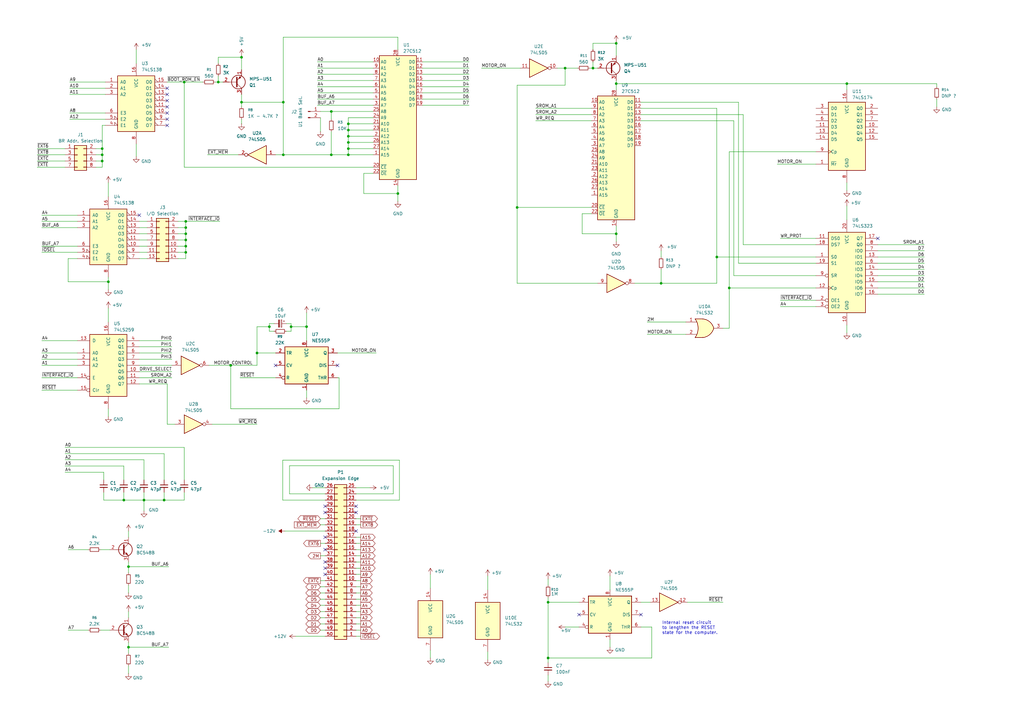
<source format=kicad_sch>
(kicad_sch
	(version 20250114)
	(generator "eeschema")
	(generator_version "9.0")
	(uuid "8d29f76a-632b-4d71-951f-82f85a7a70e9")
	(paper "A3")
	
	(text "Internal reset circuit\nto lengthen the RESET\nstate for the computer."
		(exclude_from_sim no)
		(at 271.526 257.556 0)
		(effects
			(font
				(size 1.27 1.27)
			)
			(justify left)
		)
		(uuid "e745d223-88aa-4c5a-b816-58712752427e")
	)
	(junction
		(at 142.875 58.42)
		(diameter 0)
		(color 0 0 0 0)
		(uuid "01d48d2e-1fc7-421c-8f41-f2b58efc56b7")
	)
	(junction
		(at 294.005 105.41)
		(diameter 0)
		(color 0 0 0 0)
		(uuid "03e675b2-cde7-4a9f-b737-73891919a851")
	)
	(junction
		(at 125.73 133.985)
		(diameter 0)
		(color 0 0 0 0)
		(uuid "0ad4583d-d8eb-4d76-adb3-c7769060dd3b")
	)
	(junction
		(at 116.205 63.5)
		(diameter 0)
		(color 0 0 0 0)
		(uuid "0d0b96b0-0cac-4be3-8c90-a0bf81720f30")
	)
	(junction
		(at 252.73 34.29)
		(diameter 0)
		(color 0 0 0 0)
		(uuid "1104221d-3c4b-4624-89e5-6d6d1b7641c1")
	)
	(junction
		(at 59.055 205.105)
		(diameter 0)
		(color 0 0 0 0)
		(uuid "119b48f2-1577-4777-acc9-d9aadea8fa44")
	)
	(junction
		(at 76.2 103.505)
		(diameter 0)
		(color 0 0 0 0)
		(uuid "1e542cfd-ea36-43ee-93f7-7150fc86a6b4")
	)
	(junction
		(at 142.875 63.5)
		(diameter 0)
		(color 0 0 0 0)
		(uuid "25eda2ea-0d80-4a13-b758-8934df7b1186")
	)
	(junction
		(at 52.705 232.41)
		(diameter 0)
		(color 0 0 0 0)
		(uuid "27f91d6a-493d-4642-8480-98413ca5e9ac")
	)
	(junction
		(at 67.31 205.105)
		(diameter 0)
		(color 0 0 0 0)
		(uuid "29349294-1f3f-4640-b2ab-7410cad4308a")
	)
	(junction
		(at 76.2 98.425)
		(diameter 0)
		(color 0 0 0 0)
		(uuid "2c34ae5a-d1be-4bcf-bebe-ffa670279c84")
	)
	(junction
		(at 41.91 60.96)
		(diameter 0)
		(color 0 0 0 0)
		(uuid "33459bfc-78a4-4df1-b7ec-4a599d3afe7a")
	)
	(junction
		(at 347.345 34.29)
		(diameter 0)
		(color 0 0 0 0)
		(uuid "37a063b6-fabe-4e63-a0c0-09d528adfb2b")
	)
	(junction
		(at 76.2 95.885)
		(diameter 0)
		(color 0 0 0 0)
		(uuid "3cd3a86d-dd12-4db6-88c3-bb7512f569e8")
	)
	(junction
		(at 76.2 90.805)
		(diameter 0)
		(color 0 0 0 0)
		(uuid "3e41ad19-ded7-46b4-8af3-f8e122980a67")
	)
	(junction
		(at 224.79 247.015)
		(diameter 0)
		(color 0 0 0 0)
		(uuid "40dbda5b-2943-4ae8-aae3-428a995d9144")
	)
	(junction
		(at 99.06 23.495)
		(diameter 0)
		(color 0 0 0 0)
		(uuid "44b8b299-cb67-4c66-ac52-75c305bb50bd")
	)
	(junction
		(at 231.775 27.94)
		(diameter 0)
		(color 0 0 0 0)
		(uuid "456e467a-c340-4261-b0c6-283801415ad8")
	)
	(junction
		(at 52.705 265.43)
		(diameter 0)
		(color 0 0 0 0)
		(uuid "4c902e09-bb10-45d2-b006-d3c03ff5b534")
	)
	(junction
		(at 76.2 100.965)
		(diameter 0)
		(color 0 0 0 0)
		(uuid "5f72fc10-b556-4014-a2dc-4c1edea61bbb")
	)
	(junction
		(at 94.615 149.86)
		(diameter 0)
		(color 0 0 0 0)
		(uuid "6726ab3c-b1c7-4628-9770-80349a61159e")
	)
	(junction
		(at 271.145 116.205)
		(diameter 0)
		(color 0 0 0 0)
		(uuid "6a27d36e-3ee6-4049-b2d9-a5eec4a9e28a")
	)
	(junction
		(at 76.2 93.345)
		(diameter 0)
		(color 0 0 0 0)
		(uuid "6beb30db-72de-42e8-a0d7-1b562182385d")
	)
	(junction
		(at 142.875 53.34)
		(diameter 0)
		(color 0 0 0 0)
		(uuid "70a0373d-7a68-4afc-8cad-95ebda80169a")
	)
	(junction
		(at 50.8 205.105)
		(diameter 0)
		(color 0 0 0 0)
		(uuid "71096d60-8849-4e18-914c-f1c240d1136b")
	)
	(junction
		(at 224.79 269.875)
		(diameter 0)
		(color 0 0 0 0)
		(uuid "76b64b27-7a73-4b08-b213-f17e1f506d47")
	)
	(junction
		(at 99.06 41.91)
		(diameter 0)
		(color 0 0 0 0)
		(uuid "7711e55e-54cb-47ce-b3a8-2e8aa9dd75c5")
	)
	(junction
		(at 142.875 55.88)
		(diameter 0)
		(color 0 0 0 0)
		(uuid "7d515100-46c7-4cf9-8dc0-d23523a18258")
	)
	(junction
		(at 110.49 133.985)
		(diameter 0)
		(color 0 0 0 0)
		(uuid "844b3d42-fc3b-49da-af17-ab85eaa2a916")
	)
	(junction
		(at 116.205 41.91)
		(diameter 0)
		(color 0 0 0 0)
		(uuid "89f9f6ca-003e-4793-9cb6-a3f77b727816")
	)
	(junction
		(at 135.89 63.5)
		(diameter 0)
		(color 0 0 0 0)
		(uuid "8e4b6b92-3ba2-431e-a677-d8a9bcbb4d53")
	)
	(junction
		(at 89.535 33.655)
		(diameter 0)
		(color 0 0 0 0)
		(uuid "96ac1b33-3353-4ec2-8d7e-27f096740b8b")
	)
	(junction
		(at 41.91 66.04)
		(diameter 0)
		(color 0 0 0 0)
		(uuid "975256c0-eea7-4130-a316-bc2c652a05bd")
	)
	(junction
		(at 75.565 33.655)
		(diameter 0)
		(color 0 0 0 0)
		(uuid "a0580710-2a56-4930-b0e3-8d4868c9af5e")
	)
	(junction
		(at 142.875 50.8)
		(diameter 0)
		(color 0 0 0 0)
		(uuid "a8cfcd6c-4a47-461e-ab71-a6313b01b830")
	)
	(junction
		(at 44.45 115.57)
		(diameter 0)
		(color 0 0 0 0)
		(uuid "ab38b081-8964-496f-b78f-e3ea79d878ab")
	)
	(junction
		(at 119.38 133.985)
		(diameter 0)
		(color 0 0 0 0)
		(uuid "b5e679c8-0b74-4cdb-822e-7f1029921114")
	)
	(junction
		(at 135.89 45.72)
		(diameter 0)
		(color 0 0 0 0)
		(uuid "bdd0c0c9-466f-4590-9c94-69cb2bee5205")
	)
	(junction
		(at 163.195 79.375)
		(diameter 0)
		(color 0 0 0 0)
		(uuid "c1efaf1e-1e6a-4dc9-a690-69ecbc5a62b7")
	)
	(junction
		(at 142.875 60.96)
		(diameter 0)
		(color 0 0 0 0)
		(uuid "ccd3b3fb-013e-44c1-a428-6e3d38fb7d80")
	)
	(junction
		(at 105.41 144.78)
		(diameter 0)
		(color 0 0 0 0)
		(uuid "d64566e5-16a1-4196-a6d8-aa6eacebbd53")
	)
	(junction
		(at 212.09 85.09)
		(diameter 0)
		(color 0 0 0 0)
		(uuid "df39b49d-5b23-44dc-a1c6-aa5003922fd7")
	)
	(junction
		(at 252.73 17.78)
		(diameter 0)
		(color 0 0 0 0)
		(uuid "e42c29ce-c7ad-4909-a1cb-ef6abd54763d")
	)
	(junction
		(at 41.91 63.5)
		(diameter 0)
		(color 0 0 0 0)
		(uuid "e91705e5-87a1-4a8f-b2de-53f43f1d346d")
	)
	(junction
		(at 299.085 118.11)
		(diameter 0)
		(color 0 0 0 0)
		(uuid "eabe4154-27f0-4fe0-bf4a-ce8952194735")
	)
	(junction
		(at 252.73 95.885)
		(diameter 0)
		(color 0 0 0 0)
		(uuid "f91e9a1a-ea15-4d90-8a96-456092900d96")
	)
	(junction
		(at 243.205 27.94)
		(diameter 0)
		(color 0 0 0 0)
		(uuid "ff809d56-93f6-42ef-829a-e9e9f39bedf9")
	)
	(no_connect
		(at 68.58 41.275)
		(uuid "067ea82d-6d0a-41b4-9657-6bdac6e9eb80")
	)
	(no_connect
		(at 146.05 207.645)
		(uuid "09cb5ca2-f037-4767-bd4d-094c054413ca")
	)
	(no_connect
		(at 133.35 210.185)
		(uuid "0c808b20-1ba0-487f-bde6-631fcdf86992")
	)
	(no_connect
		(at 57.15 88.265)
		(uuid "2be33c63-521d-4fe9-9f17-dc1c2f289eb5")
	)
	(no_connect
		(at 133.35 233.045)
		(uuid "3df9b39c-f7bd-4e28-98f6-f2a8b555dccf")
	)
	(no_connect
		(at 138.43 149.86)
		(uuid "4019daaa-d175-4716-8904-09d06bfedf61")
	)
	(no_connect
		(at 133.35 230.505)
		(uuid "5ea4b0f4-536a-4279-ac4c-04203f194641")
	)
	(no_connect
		(at 360.045 97.79)
		(uuid "6fd9fb94-f55c-448d-a789-2a7842985975")
	)
	(no_connect
		(at 146.05 210.185)
		(uuid "74c89753-aa43-46ac-82d6-f1c8035f7dc9")
	)
	(no_connect
		(at 133.35 225.425)
		(uuid "7f40a9b2-6015-430a-bf2e-e9397fb5675f")
	)
	(no_connect
		(at 133.35 207.645)
		(uuid "845f3c28-3ea3-4169-9f2b-9dd6d4e7a7f3")
	)
	(no_connect
		(at 113.03 149.86)
		(uuid "a0e144d6-8394-4634-b8c0-13443b681e9b")
	)
	(no_connect
		(at 68.58 36.195)
		(uuid "a2180a0c-4386-4f2f-877c-d958ae4abb84")
	)
	(no_connect
		(at 146.05 217.805)
		(uuid "a65c5215-f32e-4281-a70d-d2e04994f325")
	)
	(no_connect
		(at 68.58 51.435)
		(uuid "c1d01b7b-1950-4bfc-9899-1fae010e0993")
	)
	(no_connect
		(at 262.89 252.095)
		(uuid "c2c29870-2008-4e2a-806d-97bfaa7dc01c")
	)
	(no_connect
		(at 68.58 43.815)
		(uuid "c6278f2b-666c-49ae-9735-14eae2db2129")
	)
	(no_connect
		(at 133.35 235.585)
		(uuid "cc97dbf1-a437-4548-ac8f-50dfd2b59e4a")
	)
	(no_connect
		(at 68.58 38.735)
		(uuid "cca9f809-efdf-454d-96d8-f6ab624b5dba")
	)
	(no_connect
		(at 133.35 220.345)
		(uuid "dfa21c67-ce2b-471f-aa3e-6773bee1e862")
	)
	(no_connect
		(at 237.49 252.095)
		(uuid "e1f2f072-03fc-46d6-8e15-2d176b03105e")
	)
	(no_connect
		(at 68.58 48.895)
		(uuid "eb444ecb-0cb7-40c7-86ab-911c11f00b8d")
	)
	(no_connect
		(at 68.58 46.355)
		(uuid "f66c9e88-bf82-4e44-ad05-32d4017aa917")
	)
	(wire
		(pts
			(xy 296.545 134.62) (xy 299.085 134.62)
		)
		(stroke
			(width 0)
			(type default)
		)
		(uuid "00367c60-a754-4e95-9edd-cce8bea00c25")
	)
	(wire
		(pts
			(xy 142.875 50.8) (xy 142.875 53.34)
		)
		(stroke
			(width 0)
			(type default)
		)
		(uuid "00b930ef-d699-4938-9298-7fe3fab82ce3")
	)
	(wire
		(pts
			(xy 231.775 27.94) (xy 236.855 27.94)
		)
		(stroke
			(width 0)
			(type default)
		)
		(uuid "02702164-451d-41ff-ab58-a6c1d483299d")
	)
	(wire
		(pts
			(xy 135.89 45.72) (xy 153.035 45.72)
		)
		(stroke
			(width 0)
			(type default)
		)
		(uuid "028d1575-8ddf-4806-9f1a-6287453b109d")
	)
	(wire
		(pts
			(xy 28.575 36.195) (xy 43.18 36.195)
		)
		(stroke
			(width 0)
			(type default)
		)
		(uuid "0372d352-2b15-4522-a99d-9b308d4b21f3")
	)
	(wire
		(pts
			(xy 17.145 139.7) (xy 31.75 139.7)
		)
		(stroke
			(width 0)
			(type default)
		)
		(uuid "039a2e32-68db-4694-b448-624d154c05e9")
	)
	(wire
		(pts
			(xy 262.89 41.91) (xy 302.895 41.91)
		)
		(stroke
			(width 0)
			(type default)
		)
		(uuid "04171dcc-10cd-4ed5-8fc7-183bd6d523be")
	)
	(wire
		(pts
			(xy 75.565 68.58) (xy 153.035 68.58)
		)
		(stroke
			(width 0)
			(type default)
		)
		(uuid "04e6b08f-47ff-48f0-902f-06b34a473080")
	)
	(wire
		(pts
			(xy 200.025 270.51) (xy 200.025 267.335)
		)
		(stroke
			(width 0)
			(type default)
		)
		(uuid "050d480d-2f7a-433e-add8-302ec5f40b8f")
	)
	(wire
		(pts
			(xy 238.76 95.885) (xy 252.73 95.885)
		)
		(stroke
			(width 0)
			(type default)
		)
		(uuid "06bdde11-6dee-4378-a384-717d3d6dc89e")
	)
	(wire
		(pts
			(xy 130.175 27.94) (xy 153.035 27.94)
		)
		(stroke
			(width 0)
			(type default)
		)
		(uuid "06dfb504-daaa-4f2d-add6-242c3dcfd022")
	)
	(wire
		(pts
			(xy 116.205 63.5) (xy 135.89 63.5)
		)
		(stroke
			(width 0)
			(type default)
		)
		(uuid "07a57c33-fad4-4128-b302-7327187962f9")
	)
	(wire
		(pts
			(xy 118.745 191.008) (xy 118.745 202.565)
		)
		(stroke
			(width 0)
			(type default)
		)
		(uuid "07f2b615-5605-464c-80d8-11014832cdd0")
	)
	(wire
		(pts
			(xy 242.57 85.09) (xy 212.09 85.09)
		)
		(stroke
			(width 0)
			(type default)
		)
		(uuid "087acc1d-257a-46e6-889d-db1dc6ea36d6")
	)
	(wire
		(pts
			(xy 153.035 53.34) (xy 142.875 53.34)
		)
		(stroke
			(width 0)
			(type default)
		)
		(uuid "09a8356f-2fba-4704-b2da-93686ba37f38")
	)
	(wire
		(pts
			(xy 52.705 217.805) (xy 52.705 220.345)
		)
		(stroke
			(width 0)
			(type default)
		)
		(uuid "0bd7c1b6-5474-4cf3-a3b0-4b7fedb307c1")
	)
	(wire
		(pts
			(xy 146.05 250.825) (xy 147.955 250.825)
		)
		(stroke
			(width 0)
			(type default)
		)
		(uuid "0cd9d382-dd16-4687-ae20-27db55c4969f")
	)
	(wire
		(pts
			(xy 44.45 80.645) (xy 44.45 74.93)
		)
		(stroke
			(width 0)
			(type default)
		)
		(uuid "0d2d1b70-207a-40d0-8af1-3fa7ae681a58")
	)
	(wire
		(pts
			(xy 138.43 144.78) (xy 154.305 144.78)
		)
		(stroke
			(width 0)
			(type default)
		)
		(uuid "0d44a262-6871-4949-987e-f6d3ba128c01")
	)
	(wire
		(pts
			(xy 296.545 247.015) (xy 281.94 247.015)
		)
		(stroke
			(width 0)
			(type default)
		)
		(uuid "0de99fb5-5ab8-494d-b920-e72d503bb047")
	)
	(wire
		(pts
			(xy 75.565 183.515) (xy 75.565 196.85)
		)
		(stroke
			(width 0)
			(type default)
		)
		(uuid "0e7ddf80-563f-4769-838e-ac02c33390de")
	)
	(wire
		(pts
			(xy 117.475 132.715) (xy 119.38 132.715)
		)
		(stroke
			(width 0)
			(type default)
		)
		(uuid "0ea2b116-c302-4cea-badf-7244a2290c05")
	)
	(wire
		(pts
			(xy 17.145 93.345) (xy 31.75 93.345)
		)
		(stroke
			(width 0)
			(type default)
		)
		(uuid "0eeabcd7-348c-496c-bf89-9efee8011e76")
	)
	(wire
		(pts
			(xy 320.04 123.19) (xy 334.645 123.19)
		)
		(stroke
			(width 0)
			(type default)
		)
		(uuid "0f6fc622-5089-456c-b821-6d09fa8b971e")
	)
	(wire
		(pts
			(xy 360.045 110.49) (xy 379.095 110.49)
		)
		(stroke
			(width 0)
			(type default)
		)
		(uuid "0fbbdadd-c1d2-4201-a32c-ed59fa95ff2f")
	)
	(wire
		(pts
			(xy 360.045 107.95) (xy 379.095 107.95)
		)
		(stroke
			(width 0)
			(type default)
		)
		(uuid "10733e91-a582-439a-ba90-01194f2eb2be")
	)
	(wire
		(pts
			(xy 384.175 43.815) (xy 384.175 40.64)
		)
		(stroke
			(width 0)
			(type default)
		)
		(uuid "10d133d1-6f09-40bd-a285-97c1fff06a62")
	)
	(wire
		(pts
			(xy 146.05 222.885) (xy 147.955 222.885)
		)
		(stroke
			(width 0)
			(type default)
		)
		(uuid "11530c3b-e92a-4222-8587-26beff227523")
	)
	(wire
		(pts
			(xy 17.145 147.32) (xy 31.75 147.32)
		)
		(stroke
			(width 0)
			(type default)
		)
		(uuid "11c1f889-0782-419a-9274-a5f46e7a77d6")
	)
	(wire
		(pts
			(xy 173.355 38.1) (xy 192.405 38.1)
		)
		(stroke
			(width 0)
			(type default)
		)
		(uuid "12110a36-4fab-4ea9-a3d2-963884a4db6c")
	)
	(wire
		(pts
			(xy 161.29 191.008) (xy 118.745 191.008)
		)
		(stroke
			(width 0)
			(type default)
		)
		(uuid "12ae0546-56ce-4946-ae78-a3f728f0fec8")
	)
	(wire
		(pts
			(xy 250.19 236.22) (xy 250.19 241.935)
		)
		(stroke
			(width 0)
			(type default)
		)
		(uuid "1320c740-cd0e-45be-9982-187011c3cf9b")
	)
	(wire
		(pts
			(xy 17.145 144.78) (xy 31.75 144.78)
		)
		(stroke
			(width 0)
			(type default)
		)
		(uuid "1347fb1c-05d5-4bce-ad58-525ca10c9c45")
	)
	(wire
		(pts
			(xy 55.88 26.035) (xy 55.88 20.32)
		)
		(stroke
			(width 0)
			(type default)
		)
		(uuid "137a59a7-d598-4881-b97f-46f227b75fef")
	)
	(wire
		(pts
			(xy 142.875 48.26) (xy 142.875 50.8)
		)
		(stroke
			(width 0)
			(type default)
		)
		(uuid "13e240cc-e045-44db-aad9-be7c942869ad")
	)
	(wire
		(pts
			(xy 142.875 60.96) (xy 142.875 63.5)
		)
		(stroke
			(width 0)
			(type default)
		)
		(uuid "14b10178-dc8e-43b4-93a3-db26bee0e398")
	)
	(wire
		(pts
			(xy 115.951 205.105) (xy 133.35 205.105)
		)
		(stroke
			(width 0)
			(type default)
		)
		(uuid "151c7a5c-1632-4466-9a42-660310eb7d64")
	)
	(wire
		(pts
			(xy 131.445 227.965) (xy 133.35 227.965)
		)
		(stroke
			(width 0)
			(type default)
		)
		(uuid "15b9b2c6-c334-4e36-8e4f-94f73fcd7630")
	)
	(wire
		(pts
			(xy 99.06 41.91) (xy 99.06 43.815)
		)
		(stroke
			(width 0)
			(type default)
		)
		(uuid "161d0a44-9055-44c3-8b4b-49f9ee93aff1")
	)
	(wire
		(pts
			(xy 146.05 215.265) (xy 147.955 215.265)
		)
		(stroke
			(width 0)
			(type default)
		)
		(uuid "16401bde-830b-4199-83e6-9779a594a4d2")
	)
	(wire
		(pts
			(xy 219.71 46.99) (xy 242.57 46.99)
		)
		(stroke
			(width 0)
			(type default)
		)
		(uuid "167b6547-428e-4b78-b4bb-57b14e6b8bb4")
	)
	(wire
		(pts
			(xy 131.445 253.365) (xy 133.35 253.365)
		)
		(stroke
			(width 0)
			(type default)
		)
		(uuid "17982d4b-6e11-43bc-b285-ce88a4c766c4")
	)
	(wire
		(pts
			(xy 89.535 31.115) (xy 89.535 33.655)
		)
		(stroke
			(width 0)
			(type default)
		)
		(uuid "17b7681b-e633-43fc-a18a-0ddee7df8334")
	)
	(wire
		(pts
			(xy 153.035 63.5) (xy 142.875 63.5)
		)
		(stroke
			(width 0)
			(type default)
		)
		(uuid "17c0f294-6f59-420f-a498-046a3788627d")
	)
	(wire
		(pts
			(xy 252.73 33.02) (xy 252.73 34.29)
		)
		(stroke
			(width 0)
			(type default)
		)
		(uuid "17f5ec05-484f-42c6-aa1d-4ecaad2e0a48")
	)
	(wire
		(pts
			(xy 44.45 132.08) (xy 44.45 126.365)
		)
		(stroke
			(width 0)
			(type default)
		)
		(uuid "181dc5f1-5c34-47c5-ae2d-02186a1e3414")
	)
	(wire
		(pts
			(xy 39.37 60.96) (xy 41.91 60.96)
		)
		(stroke
			(width 0)
			(type default)
		)
		(uuid "18798bd8-534d-4d88-aa33-c34029bcb2d6")
	)
	(wire
		(pts
			(xy 231.775 34.925) (xy 231.775 27.94)
		)
		(stroke
			(width 0)
			(type default)
		)
		(uuid "19149279-9d29-4e69-9087-e53efb3aa111")
	)
	(wire
		(pts
			(xy 26.67 193.675) (xy 42.545 193.675)
		)
		(stroke
			(width 0)
			(type default)
		)
		(uuid "1b654f03-7664-444c-badc-996edbde7bfc")
	)
	(wire
		(pts
			(xy 146.05 248.285) (xy 147.955 248.285)
		)
		(stroke
			(width 0)
			(type default)
		)
		(uuid "1bdb2ec4-0b54-486d-ab8a-3a3cf73fc46f")
	)
	(wire
		(pts
			(xy 219.71 44.45) (xy 242.57 44.45)
		)
		(stroke
			(width 0)
			(type default)
		)
		(uuid "1dcb9c7e-a1d1-4cff-8a68-ff1818bd876d")
	)
	(wire
		(pts
			(xy 163.83 205.105) (xy 163.83 188.722)
		)
		(stroke
			(width 0)
			(type default)
		)
		(uuid "203d27a7-ebba-4d12-badd-bc5fc73a868a")
	)
	(wire
		(pts
			(xy 212.09 116.205) (xy 245.11 116.205)
		)
		(stroke
			(width 0)
			(type default)
		)
		(uuid "20d6f71f-d422-4f37-8f22-9c821962aff0")
	)
	(wire
		(pts
			(xy 347.345 34.29) (xy 384.175 34.29)
		)
		(stroke
			(width 0)
			(type default)
		)
		(uuid "211a3855-8470-445d-a807-c53851144c97")
	)
	(wire
		(pts
			(xy 99.06 48.895) (xy 99.06 50.8)
		)
		(stroke
			(width 0)
			(type default)
		)
		(uuid "21841d3e-9963-449b-9217-31c730563b74")
	)
	(wire
		(pts
			(xy 43.18 51.435) (xy 41.91 51.435)
		)
		(stroke
			(width 0)
			(type default)
		)
		(uuid "21a6df2d-d137-446a-99d5-38aec9f76e17")
	)
	(wire
		(pts
			(xy 176.53 241.3) (xy 176.53 235.585)
		)
		(stroke
			(width 0)
			(type default)
		)
		(uuid "229b99e3-e197-4a06-9a3f-0ec14bce2091")
	)
	(wire
		(pts
			(xy 347.345 36.83) (xy 347.345 34.29)
		)
		(stroke
			(width 0)
			(type default)
		)
		(uuid "234de9b3-cd73-4953-b1d1-d8ae6be1efa5")
	)
	(wire
		(pts
			(xy 300.99 113.03) (xy 334.645 113.03)
		)
		(stroke
			(width 0)
			(type default)
		)
		(uuid "23862f8c-4c45-48fc-9603-e07caa165adb")
	)
	(wire
		(pts
			(xy 17.145 88.265) (xy 31.75 88.265)
		)
		(stroke
			(width 0)
			(type default)
		)
		(uuid "23d03d7f-3fa3-4262-94ef-c7d67723f473")
	)
	(wire
		(pts
			(xy 146.05 240.665) (xy 147.955 240.665)
		)
		(stroke
			(width 0)
			(type default)
		)
		(uuid "25d35aca-2b44-482d-a9c6-cd18913cbaf2")
	)
	(wire
		(pts
			(xy 304.8 100.33) (xy 334.645 100.33)
		)
		(stroke
			(width 0)
			(type default)
		)
		(uuid "263d1a20-7935-45f8-8336-8382e3af8bdc")
	)
	(wire
		(pts
			(xy 52.705 250.825) (xy 52.705 253.365)
		)
		(stroke
			(width 0)
			(type default)
		)
		(uuid "29947b21-19f9-4dea-afde-98ba13f39b07")
	)
	(wire
		(pts
			(xy 243.205 17.78) (xy 252.73 17.78)
		)
		(stroke
			(width 0)
			(type default)
		)
		(uuid "29d23236-6145-4cf1-8486-8f39066639a1")
	)
	(wire
		(pts
			(xy 128.27 200.025) (xy 133.35 200.025)
		)
		(stroke
			(width 0)
			(type default)
		)
		(uuid "2a61f7db-2c66-4b9e-b2b0-91ca8c97dee9")
	)
	(wire
		(pts
			(xy 146.05 235.585) (xy 147.955 235.585)
		)
		(stroke
			(width 0)
			(type default)
		)
		(uuid "2ab04268-d2c1-443d-9da8-f95d2b922db2")
	)
	(wire
		(pts
			(xy 41.91 66.04) (xy 41.91 68.58)
		)
		(stroke
			(width 0)
			(type default)
		)
		(uuid "2c6ab259-f194-44c0-847e-8e1b0ea7f876")
	)
	(wire
		(pts
			(xy 44.45 118.745) (xy 44.45 115.57)
		)
		(stroke
			(width 0)
			(type default)
		)
		(uuid "2cfef103-2bfc-450e-addc-725ce57e70bc")
	)
	(wire
		(pts
			(xy 149.225 71.12) (xy 149.225 79.375)
		)
		(stroke
			(width 0)
			(type default)
		)
		(uuid "2df966cc-2b81-4d1e-a11e-3e09c4187e92")
	)
	(wire
		(pts
			(xy 75.565 33.655) (xy 83.185 33.655)
		)
		(stroke
			(width 0)
			(type default)
		)
		(uuid "2eedc8d3-ab80-4b32-86f1-5373fe2d01ad")
	)
	(wire
		(pts
			(xy 131.445 243.205) (xy 133.35 243.205)
		)
		(stroke
			(width 0)
			(type default)
		)
		(uuid "2f250031-cd09-4dcd-a85f-5ef9ad5a6c05")
	)
	(wire
		(pts
			(xy 252.73 22.86) (xy 252.73 17.78)
		)
		(stroke
			(width 0)
			(type default)
		)
		(uuid "3000a22f-38f0-4692-9b37-026572a6105c")
	)
	(wire
		(pts
			(xy 42.545 201.93) (xy 42.545 205.105)
		)
		(stroke
			(width 0)
			(type default)
		)
		(uuid "30b48cb1-c917-43bc-a391-49b170fb8b4f")
	)
	(wire
		(pts
			(xy 347.345 34.29) (xy 252.73 34.29)
		)
		(stroke
			(width 0)
			(type default)
		)
		(uuid "32cd3b18-f89a-4046-990f-db49ca108d6d")
	)
	(wire
		(pts
			(xy 28.575 33.655) (xy 43.18 33.655)
		)
		(stroke
			(width 0)
			(type default)
		)
		(uuid "32ebe881-783b-4267-a979-85a0df767077")
	)
	(wire
		(pts
			(xy 39.37 63.5) (xy 41.91 63.5)
		)
		(stroke
			(width 0)
			(type default)
		)
		(uuid "33d24365-71fa-4944-86cf-cdb5c082970f")
	)
	(wire
		(pts
			(xy 153.035 60.96) (xy 142.875 60.96)
		)
		(stroke
			(width 0)
			(type default)
		)
		(uuid "354c46bf-479b-4cd6-8d12-18e67378f9da")
	)
	(wire
		(pts
			(xy 130.175 33.02) (xy 153.035 33.02)
		)
		(stroke
			(width 0)
			(type default)
		)
		(uuid "3559a3b7-6e34-4348-9046-05da7a766a55")
	)
	(wire
		(pts
			(xy 110.49 133.985) (xy 110.49 135.89)
		)
		(stroke
			(width 0)
			(type default)
		)
		(uuid "356394c8-8be9-4f76-a468-a35cea541327")
	)
	(wire
		(pts
			(xy 146.05 253.365) (xy 147.955 253.365)
		)
		(stroke
			(width 0)
			(type default)
		)
		(uuid "35ee101e-87d7-4b57-ab93-1eb6551f657b")
	)
	(wire
		(pts
			(xy 146.05 260.985) (xy 147.955 260.985)
		)
		(stroke
			(width 0)
			(type default)
		)
		(uuid "36320a72-48da-4e36-8f3e-297e7299917f")
	)
	(wire
		(pts
			(xy 26.67 188.595) (xy 59.055 188.595)
		)
		(stroke
			(width 0)
			(type default)
		)
		(uuid "3694733d-86af-46a1-8dc1-456788fd8d63")
	)
	(wire
		(pts
			(xy 334.645 67.31) (xy 318.77 67.31)
		)
		(stroke
			(width 0)
			(type default)
		)
		(uuid "372bef3a-b302-43cd-bd7a-91eefb50d7cd")
	)
	(wire
		(pts
			(xy 139.065 167.64) (xy 94.615 167.64)
		)
		(stroke
			(width 0)
			(type default)
		)
		(uuid "38391f55-1090-4ec8-a25b-ece190feb46f")
	)
	(wire
		(pts
			(xy 242.57 87.63) (xy 238.76 87.63)
		)
		(stroke
			(width 0)
			(type default)
		)
		(uuid "3a121df1-4384-4829-b0fd-d404e6f09046")
	)
	(wire
		(pts
			(xy 302.895 107.95) (xy 334.645 107.95)
		)
		(stroke
			(width 0)
			(type default)
		)
		(uuid "3a72fba2-a862-4c3d-9b6d-16972b0d4203")
	)
	(wire
		(pts
			(xy 125.73 128.27) (xy 125.73 133.985)
		)
		(stroke
			(width 0)
			(type default)
		)
		(uuid "3a95493b-7484-4346-9882-fb2bcd0208e9")
	)
	(wire
		(pts
			(xy 224.79 276.86) (xy 224.79 279.4)
		)
		(stroke
			(width 0)
			(type default)
		)
		(uuid "3df7056d-195e-414b-ad76-ef2667280e73")
	)
	(wire
		(pts
			(xy 212.09 85.09) (xy 212.09 34.925)
		)
		(stroke
			(width 0)
			(type default)
		)
		(uuid "3e6466a0-45d4-4e8e-b64a-89bdd4edd308")
	)
	(wire
		(pts
			(xy 31.75 106.045) (xy 27.94 106.045)
		)
		(stroke
			(width 0)
			(type default)
		)
		(uuid "3fff86d1-0215-40f2-b4f5-1d9d13e46f2d")
	)
	(wire
		(pts
			(xy 163.195 15.24) (xy 116.205 15.24)
		)
		(stroke
			(width 0)
			(type default)
		)
		(uuid "4196cbba-2973-4cb2-a76a-dc0b2a7f6eb3")
	)
	(wire
		(pts
			(xy 153.035 55.88) (xy 142.875 55.88)
		)
		(stroke
			(width 0)
			(type default)
		)
		(uuid "41a8ff62-2046-4fd2-845e-ad564c5185c0")
	)
	(wire
		(pts
			(xy 73.025 103.505) (xy 76.2 103.505)
		)
		(stroke
			(width 0)
			(type default)
		)
		(uuid "43c33852-1f67-4bb5-9440-75bf4abec522")
	)
	(wire
		(pts
			(xy 110.49 135.89) (xy 112.395 135.89)
		)
		(stroke
			(width 0)
			(type default)
		)
		(uuid "48a047e9-1f5e-45b7-bd1a-7b9d1d79dc86")
	)
	(wire
		(pts
			(xy 59.055 205.105) (xy 59.055 209.55)
		)
		(stroke
			(width 0)
			(type default)
		)
		(uuid "4901b3ad-5dc8-4e8e-85f5-a46cc078a23e")
	)
	(wire
		(pts
			(xy 28.575 38.735) (xy 43.18 38.735)
		)
		(stroke
			(width 0)
			(type default)
		)
		(uuid "490d48b1-f053-4697-8c4f-7354f1c4942b")
	)
	(wire
		(pts
			(xy 281.305 137.16) (xy 265.43 137.16)
		)
		(stroke
			(width 0)
			(type default)
		)
		(uuid "499fc042-8c25-4e4f-a22e-43b437f16576")
	)
	(wire
		(pts
			(xy 113.03 63.5) (xy 116.205 63.5)
		)
		(stroke
			(width 0)
			(type default)
		)
		(uuid "49a0cf47-be00-4eb0-a74c-1952d5948619")
	)
	(wire
		(pts
			(xy 57.15 100.965) (xy 60.325 100.965)
		)
		(stroke
			(width 0)
			(type default)
		)
		(uuid "4d65ab1b-aa46-4fa7-8dbc-568fab631322")
	)
	(wire
		(pts
			(xy 250.19 265.43) (xy 250.19 262.255)
		)
		(stroke
			(width 0)
			(type default)
		)
		(uuid "4dea31ec-81e4-4832-b049-0166d52c0a76")
	)
	(wire
		(pts
			(xy 299.085 62.23) (xy 334.645 62.23)
		)
		(stroke
			(width 0)
			(type default)
		)
		(uuid "4ef6d5b9-95f0-4aa5-9f0c-8ee8cffabfc2")
	)
	(wire
		(pts
			(xy 131.445 238.125) (xy 133.35 238.125)
		)
		(stroke
			(width 0)
			(type default)
		)
		(uuid "4faa7985-0186-4e99-b44b-c38c9bbb3ee9")
	)
	(wire
		(pts
			(xy 44.45 115.57) (xy 44.45 113.665)
		)
		(stroke
			(width 0)
			(type default)
		)
		(uuid "5027c0f5-3385-4cf5-a58c-1f5e98487041")
	)
	(wire
		(pts
			(xy 73.025 93.345) (xy 76.2 93.345)
		)
		(stroke
			(width 0)
			(type default)
		)
		(uuid "503ed22f-e666-4adf-a7f5-9aec028d4ff9")
	)
	(wire
		(pts
			(xy 131.445 245.745) (xy 133.35 245.745)
		)
		(stroke
			(width 0)
			(type default)
		)
		(uuid "50614a38-6480-4f87-98cc-9f11de71a2bd")
	)
	(wire
		(pts
			(xy 110.49 132.715) (xy 110.49 133.985)
		)
		(stroke
			(width 0)
			(type default)
		)
		(uuid "506c55e2-080c-4104-90ce-2ba3d9f9437b")
	)
	(wire
		(pts
			(xy 267.335 269.875) (xy 224.79 269.875)
		)
		(stroke
			(width 0)
			(type default)
		)
		(uuid "52d72e79-91a6-440a-be37-b2a4392b419e")
	)
	(wire
		(pts
			(xy 85.09 63.5) (xy 97.79 63.5)
		)
		(stroke
			(width 0)
			(type default)
		)
		(uuid "531236f9-7668-4b77-9f03-d5c4d0bfea5c")
	)
	(wire
		(pts
			(xy 26.67 183.515) (xy 75.565 183.515)
		)
		(stroke
			(width 0)
			(type default)
		)
		(uuid "53436af9-f1c5-4c5b-9a19-85985208e0e2")
	)
	(wire
		(pts
			(xy 76.2 93.345) (xy 76.2 95.885)
		)
		(stroke
			(width 0)
			(type default)
		)
		(uuid "54cfca36-43de-4be1-9110-5a609a5e4daf")
	)
	(wire
		(pts
			(xy 384.175 34.29) (xy 384.175 35.56)
		)
		(stroke
			(width 0)
			(type default)
		)
		(uuid "568378c1-1213-4b07-8f36-a20649b430fe")
	)
	(wire
		(pts
			(xy 146.05 258.445) (xy 147.955 258.445)
		)
		(stroke
			(width 0)
			(type default)
		)
		(uuid "568e7785-c5b9-4059-9643-5fbc6eaade3b")
	)
	(wire
		(pts
			(xy 50.8 191.135) (xy 50.8 196.85)
		)
		(stroke
			(width 0)
			(type default)
		)
		(uuid "568f02af-84ae-47cd-ae39-8c553b93519e")
	)
	(wire
		(pts
			(xy 153.035 50.8) (xy 142.875 50.8)
		)
		(stroke
			(width 0)
			(type default)
		)
		(uuid "586bfb2a-e810-42cc-b024-bcbecedd38f3")
	)
	(wire
		(pts
			(xy 28.575 48.895) (xy 43.18 48.895)
		)
		(stroke
			(width 0)
			(type default)
		)
		(uuid "592a6608-e914-455a-a672-a13f5e90cb0d")
	)
	(wire
		(pts
			(xy 238.76 87.63) (xy 238.76 95.885)
		)
		(stroke
			(width 0)
			(type default)
		)
		(uuid "597456b4-79e1-4f0f-81f5-89662977ed82")
	)
	(wire
		(pts
			(xy 27.94 225.425) (xy 36.195 225.425)
		)
		(stroke
			(width 0)
			(type default)
		)
		(uuid "5bcb0dc6-e631-44cb-84ba-13e6a1ffd1f7")
	)
	(wire
		(pts
			(xy 105.41 144.78) (xy 105.41 149.86)
		)
		(stroke
			(width 0)
			(type default)
		)
		(uuid "5d83f044-9394-4256-afc9-db78e5f3719f")
	)
	(wire
		(pts
			(xy 115.951 188.722) (xy 115.951 205.105)
		)
		(stroke
			(width 0)
			(type default)
		)
		(uuid "5dc6b905-8c81-4f61-a027-da94067e26a0")
	)
	(wire
		(pts
			(xy 163.195 20.32) (xy 163.195 15.24)
		)
		(stroke
			(width 0)
			(type default)
		)
		(uuid "5fd3da55-3230-40c9-be5c-74c7a33e6c37")
	)
	(wire
		(pts
			(xy 135.89 63.5) (xy 142.875 63.5)
		)
		(stroke
			(width 0)
			(type default)
		)
		(uuid "604dc9a7-75f7-4abf-8d52-2ff49d51fe7b")
	)
	(wire
		(pts
			(xy 300.99 49.53) (xy 300.99 113.03)
		)
		(stroke
			(width 0)
			(type default)
		)
		(uuid "60e1bc10-d997-4029-905a-074d1d213de5")
	)
	(wire
		(pts
			(xy 262.89 257.175) (xy 267.335 257.175)
		)
		(stroke
			(width 0)
			(type default)
		)
		(uuid "633fc568-ca5f-4cbc-a998-af43cc8dfa46")
	)
	(wire
		(pts
			(xy 212.09 85.09) (xy 212.09 116.205)
		)
		(stroke
			(width 0)
			(type default)
		)
		(uuid "657523f1-25fc-46b0-a2b6-0a17d8dadd80")
	)
	(wire
		(pts
			(xy 224.79 247.015) (xy 237.49 247.015)
		)
		(stroke
			(width 0)
			(type default)
		)
		(uuid "65774efb-3f45-4361-b7be-5d4f5f372f47")
	)
	(wire
		(pts
			(xy 76.2 106.045) (xy 73.025 106.045)
		)
		(stroke
			(width 0)
			(type default)
		)
		(uuid "65fee74d-4728-4997-aadc-c6c7ef5c61ef")
	)
	(wire
		(pts
			(xy 161.29 202.565) (xy 161.29 191.008)
		)
		(stroke
			(width 0)
			(type default)
		)
		(uuid "6771efae-95cf-4487-be0a-fa7f4be4608a")
	)
	(wire
		(pts
			(xy 360.045 113.03) (xy 379.095 113.03)
		)
		(stroke
			(width 0)
			(type default)
		)
		(uuid "67f3e5c3-ce62-4701-a3a3-e66e5808453c")
	)
	(wire
		(pts
			(xy 112.395 132.715) (xy 110.49 132.715)
		)
		(stroke
			(width 0)
			(type default)
		)
		(uuid "680fd1f6-aaed-42ba-938b-a87dfc15ffaf")
	)
	(wire
		(pts
			(xy 57.15 106.045) (xy 60.325 106.045)
		)
		(stroke
			(width 0)
			(type default)
		)
		(uuid "68d839b0-253d-405b-be89-5bb997c222db")
	)
	(wire
		(pts
			(xy 142.875 55.88) (xy 142.875 58.42)
		)
		(stroke
			(width 0)
			(type default)
		)
		(uuid "699b8ab7-09c8-4085-98fd-cd026e035585")
	)
	(wire
		(pts
			(xy 200.025 241.935) (xy 200.025 236.22)
		)
		(stroke
			(width 0)
			(type default)
		)
		(uuid "69ca5b52-3037-44ea-a36a-a926e68d3b1e")
	)
	(wire
		(pts
			(xy 153.035 58.42) (xy 142.875 58.42)
		)
		(stroke
			(width 0)
			(type default)
		)
		(uuid "69db8330-1848-4c7d-b684-039e3999543a")
	)
	(wire
		(pts
			(xy 57.15 139.7) (xy 70.485 139.7)
		)
		(stroke
			(width 0)
			(type default)
		)
		(uuid "6b063f0c-1552-4ab5-bb68-9a966d79b079")
	)
	(wire
		(pts
			(xy 360.045 105.41) (xy 379.095 105.41)
		)
		(stroke
			(width 0)
			(type default)
		)
		(uuid "6bf43223-458d-4691-a6cd-9b58fee860a4")
	)
	(wire
		(pts
			(xy 135.89 48.895) (xy 135.89 45.72)
		)
		(stroke
			(width 0)
			(type default)
		)
		(uuid "6c901aca-2020-4c1f-9402-d794e8f3fe71")
	)
	(wire
		(pts
			(xy 41.91 60.96) (xy 41.91 63.5)
		)
		(stroke
			(width 0)
			(type default)
		)
		(uuid "6c963ff3-bd07-4aac-be9d-f6c4800c2195")
	)
	(wire
		(pts
			(xy 44.45 170.815) (xy 44.45 167.64)
		)
		(stroke
			(width 0)
			(type default)
		)
		(uuid "6d8f5813-5c5e-490d-9b15-efbe99c89e37")
	)
	(wire
		(pts
			(xy 105.41 133.985) (xy 105.41 144.78)
		)
		(stroke
			(width 0)
			(type default)
		)
		(uuid "707adba0-4bff-455b-a6dc-bf42cb6a9326")
	)
	(wire
		(pts
			(xy 26.67 186.055) (xy 67.31 186.055)
		)
		(stroke
			(width 0)
			(type default)
		)
		(uuid "71b46cd7-7ba5-4e6e-af88-0a8a758e4906")
	)
	(wire
		(pts
			(xy 139.065 154.94) (xy 139.065 167.64)
		)
		(stroke
			(width 0)
			(type default)
		)
		(uuid "72280539-8a7e-43d5-ae2b-da914e0be411")
	)
	(wire
		(pts
			(xy 131.445 240.665) (xy 133.35 240.665)
		)
		(stroke
			(width 0)
			(type default)
		)
		(uuid "725bffae-5de0-4640-965f-640141a71ae9")
	)
	(wire
		(pts
			(xy 50.8 201.93) (xy 50.8 205.105)
		)
		(stroke
			(width 0)
			(type default)
		)
		(uuid "72f42fec-38bd-4cfb-9cd9-34c81fca0308")
	)
	(wire
		(pts
			(xy 15.24 68.58) (xy 26.67 68.58)
		)
		(stroke
			(width 0)
			(type default)
		)
		(uuid "74512bc5-9132-4e7d-a42a-9db378710d27")
	)
	(wire
		(pts
			(xy 320.04 97.79) (xy 334.645 97.79)
		)
		(stroke
			(width 0)
			(type default)
		)
		(uuid "74aae79f-da5e-4290-b32b-7b9c5351dccc")
	)
	(wire
		(pts
			(xy 75.565 205.105) (xy 75.565 201.93)
		)
		(stroke
			(width 0)
			(type default)
		)
		(uuid "74c9d810-ea8f-452a-9fd3-2337434b7836")
	)
	(wire
		(pts
			(xy 113.03 144.78) (xy 105.41 144.78)
		)
		(stroke
			(width 0)
			(type default)
		)
		(uuid "758c60fa-bfa0-4918-95ed-f855ec1a5f77")
	)
	(wire
		(pts
			(xy 131.445 255.905) (xy 133.35 255.905)
		)
		(stroke
			(width 0)
			(type default)
		)
		(uuid "75cc97bb-2ee9-4b10-ba4a-ece6593cb1be")
	)
	(wire
		(pts
			(xy 121.285 260.985) (xy 133.35 260.985)
		)
		(stroke
			(width 0)
			(type default)
		)
		(uuid "7681ddee-2938-4e36-a2fd-18aef84be339")
	)
	(wire
		(pts
			(xy 224.79 269.875) (xy 224.79 247.015)
		)
		(stroke
			(width 0)
			(type default)
		)
		(uuid "77784833-0d85-481d-a6cc-04b516765d89")
	)
	(wire
		(pts
			(xy 163.195 79.375) (xy 163.195 82.55)
		)
		(stroke
			(width 0)
			(type default)
		)
		(uuid "796d7324-1a11-4fba-9c27-5b4438d23fd1")
	)
	(wire
		(pts
			(xy 262.89 46.99) (xy 304.8 46.99)
		)
		(stroke
			(width 0)
			(type default)
		)
		(uuid "79e3c16e-3f27-4bd8-b418-f2a06bce4b7c")
	)
	(wire
		(pts
			(xy 41.91 51.435) (xy 41.91 60.96)
		)
		(stroke
			(width 0)
			(type default)
		)
		(uuid "7a107b3c-7620-4db3-a25a-b8bb349be3fe")
	)
	(wire
		(pts
			(xy 219.71 49.53) (xy 242.57 49.53)
		)
		(stroke
			(width 0)
			(type default)
		)
		(uuid "7b3d0782-4e58-4eeb-9781-d3f194d15c75")
	)
	(wire
		(pts
			(xy 76.2 100.965) (xy 76.2 103.505)
		)
		(stroke
			(width 0)
			(type default)
		)
		(uuid "7c4b073f-07f2-4178-b43b-8dd1ce076195")
	)
	(wire
		(pts
			(xy 57.15 95.885) (xy 60.325 95.885)
		)
		(stroke
			(width 0)
			(type default)
		)
		(uuid "7ca1581b-77c9-4bcd-aca5-59fe1ec2b7cb")
	)
	(wire
		(pts
			(xy 146.05 220.345) (xy 147.955 220.345)
		)
		(stroke
			(width 0)
			(type default)
		)
		(uuid "7d1c51e5-11f3-42a0-8b7f-7ff383ed264d")
	)
	(wire
		(pts
			(xy 262.89 49.53) (xy 300.99 49.53)
		)
		(stroke
			(width 0)
			(type default)
		)
		(uuid "7e5465ce-d7a0-49c2-a485-d9caf993dd54")
	)
	(wire
		(pts
			(xy 130.175 43.18) (xy 153.035 43.18)
		)
		(stroke
			(width 0)
			(type default)
		)
		(uuid "7ef3231d-f5ed-478d-8ed6-7c30ed2e2de9")
	)
	(wire
		(pts
			(xy 119.38 132.715) (xy 119.38 133.985)
		)
		(stroke
			(width 0)
			(type default)
		)
		(uuid "80644203-875f-44d0-b2c6-941dd3854dd2")
	)
	(wire
		(pts
			(xy 119.38 133.985) (xy 119.38 135.89)
		)
		(stroke
			(width 0)
			(type default)
		)
		(uuid "80dd9f19-8ba2-4076-a59c-55df0a0d4748")
	)
	(wire
		(pts
			(xy 75.565 68.58) (xy 75.565 33.655)
		)
		(stroke
			(width 0)
			(type default)
		)
		(uuid "8206c782-889e-40b2-aad4-6c4c9ca051e0")
	)
	(wire
		(pts
			(xy 176.53 269.875) (xy 176.53 266.7)
		)
		(stroke
			(width 0)
			(type default)
		)
		(uuid "8366a0ec-690d-4c93-a339-19b92216f006")
	)
	(wire
		(pts
			(xy 27.94 258.445) (xy 36.195 258.445)
		)
		(stroke
			(width 0)
			(type default)
		)
		(uuid "84167642-c164-4c17-8df4-e3af0cf3727a")
	)
	(wire
		(pts
			(xy 228.6 27.94) (xy 231.775 27.94)
		)
		(stroke
			(width 0)
			(type default)
		)
		(uuid "84edc99f-4587-4a39-86de-2a86846e7a78")
	)
	(wire
		(pts
			(xy 252.73 95.885) (xy 252.73 99.06)
		)
		(stroke
			(width 0)
			(type default)
		)
		(uuid "852fbbde-0ee0-4cd1-8ed3-13c5fb2e5c86")
	)
	(wire
		(pts
			(xy 267.335 257.175) (xy 267.335 269.875)
		)
		(stroke
			(width 0)
			(type default)
		)
		(uuid "8558f113-27aa-4a4b-a046-46e54b280d59")
	)
	(wire
		(pts
			(xy 76.2 95.885) (xy 76.2 98.425)
		)
		(stroke
			(width 0)
			(type default)
		)
		(uuid "8606b9ad-a09d-4432-ac5c-9cc68d3ed6e3")
	)
	(wire
		(pts
			(xy 146.05 225.425) (xy 147.955 225.425)
		)
		(stroke
			(width 0)
			(type default)
		)
		(uuid "862b098f-dcdb-48a4-bee5-f7ec9ee0bf6b")
	)
	(wire
		(pts
			(xy 224.79 269.875) (xy 224.79 271.78)
		)
		(stroke
			(width 0)
			(type default)
		)
		(uuid "862bb233-2128-455c-8939-16e91ac6c9de")
	)
	(wire
		(pts
			(xy 68.58 157.48) (xy 68.58 173.99)
		)
		(stroke
			(width 0)
			(type default)
		)
		(uuid "876754f3-ec8c-4858-bf78-320dada86901")
	)
	(wire
		(pts
			(xy 17.145 154.94) (xy 31.75 154.94)
		)
		(stroke
			(width 0)
			(type default)
		)
		(uuid "88a0ff0c-da3a-430f-a152-0603fdde9b8a")
	)
	(wire
		(pts
			(xy 173.355 27.94) (xy 192.405 27.94)
		)
		(stroke
			(width 0)
			(type default)
		)
		(uuid "89af6f40-ed08-42fd-b7ef-f51e1ba661d3")
	)
	(wire
		(pts
			(xy 281.305 132.08) (xy 265.43 132.08)
		)
		(stroke
			(width 0)
			(type default)
		)
		(uuid "8a7c5e38-86e7-4841-834d-28a1ab47ffd9")
	)
	(wire
		(pts
			(xy 52.705 265.43) (xy 52.705 267.97)
		)
		(stroke
			(width 0)
			(type default)
		)
		(uuid "8aafc43f-f236-4215-abb9-1e87f612ed97")
	)
	(wire
		(pts
			(xy 146.05 202.565) (xy 161.29 202.565)
		)
		(stroke
			(width 0)
			(type default)
		)
		(uuid "8bec9080-3486-4c8c-be5a-ba6894140cfa")
	)
	(wire
		(pts
			(xy 17.145 100.965) (xy 31.75 100.965)
		)
		(stroke
			(width 0)
			(type default)
		)
		(uuid "8d275bf9-0ee8-43a3-af5d-161f15f0aa8a")
	)
	(wire
		(pts
			(xy 39.37 68.58) (xy 41.91 68.58)
		)
		(stroke
			(width 0)
			(type default)
		)
		(uuid "8e7c41ad-83f7-4142-8030-246fa950a6e1")
	)
	(wire
		(pts
			(xy 243.205 20.32) (xy 243.205 17.78)
		)
		(stroke
			(width 0)
			(type default)
		)
		(uuid "8ed6e3e7-7760-4c0f-9a7d-3945533beb8e")
	)
	(wire
		(pts
			(xy 138.43 154.94) (xy 139.065 154.94)
		)
		(stroke
			(width 0)
			(type default)
		)
		(uuid "8f777fc2-4b95-4d4b-8ced-e3d57933dfb4")
	)
	(wire
		(pts
			(xy 52.705 232.41) (xy 52.705 234.95)
		)
		(stroke
			(width 0)
			(type default)
		)
		(uuid "908ade44-6b8e-41c7-9373-81f914391b52")
	)
	(wire
		(pts
			(xy 130.175 25.4) (xy 153.035 25.4)
		)
		(stroke
			(width 0)
			(type default)
		)
		(uuid "91c66822-7e06-4bca-a878-eed05e1846cc")
	)
	(wire
		(pts
			(xy 57.15 103.505) (xy 60.325 103.505)
		)
		(stroke
			(width 0)
			(type default)
		)
		(uuid "91ca2f72-5251-4f74-9908-51dd5b6df633")
	)
	(wire
		(pts
			(xy 131.445 222.885) (xy 133.35 222.885)
		)
		(stroke
			(width 0)
			(type default)
		)
		(uuid "92229e3a-a04c-4b2f-897b-61be92d999c5")
	)
	(wire
		(pts
			(xy 262.89 247.015) (xy 266.7 247.015)
		)
		(stroke
			(width 0)
			(type default)
		)
		(uuid "922aa033-b898-4885-a474-3705339d3d9b")
	)
	(wire
		(pts
			(xy 99.06 41.91) (xy 116.205 41.91)
		)
		(stroke
			(width 0)
			(type default)
		)
		(uuid "9272080f-68e5-4b70-966b-bf8d5efef7e9")
	)
	(wire
		(pts
			(xy 41.275 225.425) (xy 45.085 225.425)
		)
		(stroke
			(width 0)
			(type default)
		)
		(uuid "92a1c764-7440-4f80-a1da-118bf1227c09")
	)
	(wire
		(pts
			(xy 89.535 33.655) (xy 91.44 33.655)
		)
		(stroke
			(width 0)
			(type default)
		)
		(uuid "9337a77d-4611-4f92-813d-a0bc00edda68")
	)
	(wire
		(pts
			(xy 163.195 76.2) (xy 163.195 79.375)
		)
		(stroke
			(width 0)
			(type default)
		)
		(uuid "9343c07a-5c04-41fc-af58-39456bfb33f6")
	)
	(wire
		(pts
			(xy 130.175 35.56) (xy 153.035 35.56)
		)
		(stroke
			(width 0)
			(type default)
		)
		(uuid "93994a67-08d2-477e-b0ae-77b111b4b45e")
	)
	(wire
		(pts
			(xy 294.005 44.45) (xy 294.005 105.41)
		)
		(stroke
			(width 0)
			(type default)
		)
		(uuid "946472ad-e45f-45ad-929b-f89dddb0c81f")
	)
	(wire
		(pts
			(xy 50.8 205.105) (xy 59.055 205.105)
		)
		(stroke
			(width 0)
			(type default)
		)
		(uuid "94e7ab1c-7824-4020-aa73-f433b269534b")
	)
	(wire
		(pts
			(xy 347.345 136.525) (xy 347.345 133.35)
		)
		(stroke
			(width 0)
			(type default)
		)
		(uuid "94f4ab29-2674-4458-9001-c1e547f839ac")
	)
	(wire
		(pts
			(xy 130.175 40.64) (xy 153.035 40.64)
		)
		(stroke
			(width 0)
			(type default)
		)
		(uuid "95e3704d-edf0-4662-bad4-1ed5a93189d2")
	)
	(wire
		(pts
			(xy 52.705 232.41) (xy 69.215 232.41)
		)
		(stroke
			(width 0)
			(type default)
		)
		(uuid "960f0416-95a8-408a-ab1b-ce3ec01dcf36")
	)
	(wire
		(pts
			(xy 57.15 152.4) (xy 70.485 152.4)
		)
		(stroke
			(width 0)
			(type default)
		)
		(uuid "96c36043-bd2c-4294-b268-e9026d347085")
	)
	(wire
		(pts
			(xy 173.355 35.56) (xy 192.405 35.56)
		)
		(stroke
			(width 0)
			(type default)
		)
		(uuid "96e214f2-8d90-40bd-94eb-6f64a25f4182")
	)
	(wire
		(pts
			(xy 243.205 25.4) (xy 243.205 27.94)
		)
		(stroke
			(width 0)
			(type default)
		)
		(uuid "9704303b-5d01-4267-aeb0-ff7dfd73883c")
	)
	(wire
		(pts
			(xy 17.145 90.805) (xy 31.75 90.805)
		)
		(stroke
			(width 0)
			(type default)
		)
		(uuid "99091072-dbaf-4e15-9401-e76f3766a5cc")
	)
	(wire
		(pts
			(xy 17.145 103.505) (xy 31.75 103.505)
		)
		(stroke
			(width 0)
			(type default)
		)
		(uuid "995a8957-ef14-4ba2-92cd-a0273c9daa1c")
	)
	(wire
		(pts
			(xy 57.15 98.425) (xy 60.325 98.425)
		)
		(stroke
			(width 0)
			(type default)
		)
		(uuid "997b57d1-47c2-49ad-9b00-b029ebb26b13")
	)
	(wire
		(pts
			(xy 320.04 125.73) (xy 334.645 125.73)
		)
		(stroke
			(width 0)
			(type default)
		)
		(uuid "99c92cb8-f1f4-45dc-8587-4004b8d0a44b")
	)
	(wire
		(pts
			(xy 146.05 230.505) (xy 147.955 230.505)
		)
		(stroke
			(width 0)
			(type default)
		)
		(uuid "9cb99440-ab2a-437d-ad9d-b2daa0d8964a")
	)
	(wire
		(pts
			(xy 52.705 240.03) (xy 52.705 243.205)
		)
		(stroke
			(width 0)
			(type default)
		)
		(uuid "9f777b70-29ba-4988-b309-31140c26bef3")
	)
	(wire
		(pts
			(xy 76.2 98.425) (xy 76.2 100.965)
		)
		(stroke
			(width 0)
			(type default)
		)
		(uuid "9fb2ea1b-04f2-4776-93c8-a7119983c545")
	)
	(wire
		(pts
			(xy 94.615 149.86) (xy 105.41 149.86)
		)
		(stroke
			(width 0)
			(type default)
		)
		(uuid "a13f301b-d1ab-450c-b7e6-066f4d8dd76f")
	)
	(wire
		(pts
			(xy 173.355 43.18) (xy 192.405 43.18)
		)
		(stroke
			(width 0)
			(type default)
		)
		(uuid "a1e7fb96-1e23-4223-b929-ed033917fe47")
	)
	(wire
		(pts
			(xy 243.205 27.94) (xy 245.11 27.94)
		)
		(stroke
			(width 0)
			(type default)
		)
		(uuid "a273ce1a-b707-4673-ab7a-538029ad3a1b")
	)
	(wire
		(pts
			(xy 360.045 100.33) (xy 379.095 100.33)
		)
		(stroke
			(width 0)
			(type default)
		)
		(uuid "a31fe004-2ef8-4e9f-b14d-45d3b72d53ca")
	)
	(wire
		(pts
			(xy 86.995 173.99) (xy 105.41 173.99)
		)
		(stroke
			(width 0)
			(type default)
		)
		(uuid "a3e1abba-353e-4d6e-b37e-8e00b4b39648")
	)
	(wire
		(pts
			(xy 360.045 102.87) (xy 379.095 102.87)
		)
		(stroke
			(width 0)
			(type default)
		)
		(uuid "a42b674f-7090-4465-b6ed-4fad4de42cd0")
	)
	(wire
		(pts
			(xy 110.49 133.985) (xy 105.41 133.985)
		)
		(stroke
			(width 0)
			(type default)
		)
		(uuid "a4c2e906-0f95-4236-9900-ebc8118fcfaf")
	)
	(wire
		(pts
			(xy 271.145 116.205) (xy 294.005 116.205)
		)
		(stroke
			(width 0)
			(type default)
		)
		(uuid "a5fc8ce0-8644-44d7-82ff-88756b567fa3")
	)
	(wire
		(pts
			(xy 59.055 188.595) (xy 59.055 196.85)
		)
		(stroke
			(width 0)
			(type default)
		)
		(uuid "a8a56e6d-2aca-4944-84cb-06b1a40cf431")
	)
	(wire
		(pts
			(xy 119.38 133.985) (xy 125.73 133.985)
		)
		(stroke
			(width 0)
			(type default)
		)
		(uuid "a91de427-2613-4577-8bbb-e2e08005531b")
	)
	(wire
		(pts
			(xy 299.085 62.23) (xy 299.085 118.11)
		)
		(stroke
			(width 0)
			(type default)
		)
		(uuid "aaba36d1-c63f-45fd-8a71-0cc17dfe2706")
	)
	(wire
		(pts
			(xy 52.705 265.43) (xy 69.215 265.43)
		)
		(stroke
			(width 0)
			(type default)
		)
		(uuid "abe2a5f1-74eb-492c-a676-4e9764767665")
	)
	(wire
		(pts
			(xy 41.275 258.445) (xy 45.085 258.445)
		)
		(stroke
			(width 0)
			(type default)
		)
		(uuid "ac4563f4-c4b4-49f7-af78-58321bea7a8e")
	)
	(wire
		(pts
			(xy 125.73 133.985) (xy 125.73 139.7)
		)
		(stroke
			(width 0)
			(type default)
		)
		(uuid "acbeb885-ef0a-4e85-8df1-0a3616543b37")
	)
	(wire
		(pts
			(xy 99.06 23.495) (xy 99.06 22.86)
		)
		(stroke
			(width 0)
			(type default)
		)
		(uuid "acf9f79a-2735-47f6-811b-4a563edf7a5a")
	)
	(wire
		(pts
			(xy 94.615 167.64) (xy 94.615 149.86)
		)
		(stroke
			(width 0)
			(type default)
		)
		(uuid "adefed2d-0525-4390-b2e3-8acfdcd529f9")
	)
	(wire
		(pts
			(xy 146.05 255.905) (xy 147.955 255.905)
		)
		(stroke
			(width 0)
			(type default)
		)
		(uuid "aec0ebfd-1a4a-4ce3-b682-286c0adf9d01")
	)
	(wire
		(pts
			(xy 294.005 105.41) (xy 334.645 105.41)
		)
		(stroke
			(width 0)
			(type default)
		)
		(uuid "b04f6637-78f8-4c6c-bca7-5fd42b2818c6")
	)
	(wire
		(pts
			(xy 68.58 33.655) (xy 75.565 33.655)
		)
		(stroke
			(width 0)
			(type default)
		)
		(uuid "b05aae7f-e04a-404a-8e6b-00f178fc389e")
	)
	(wire
		(pts
			(xy 146.05 245.745) (xy 147.955 245.745)
		)
		(stroke
			(width 0)
			(type default)
		)
		(uuid "b21de7ae-f82f-4a0b-91fb-cb63fdcdad41")
	)
	(wire
		(pts
			(xy 116.205 15.24) (xy 116.205 41.91)
		)
		(stroke
			(width 0)
			(type default)
		)
		(uuid "b21e4f99-253a-48ce-8d6a-69eca50b1229")
	)
	(wire
		(pts
			(xy 173.355 30.48) (xy 192.405 30.48)
		)
		(stroke
			(width 0)
			(type default)
		)
		(uuid "b31b94c0-6ef5-40a6-ae4c-7acb651a3156")
	)
	(wire
		(pts
			(xy 241.935 27.94) (xy 243.205 27.94)
		)
		(stroke
			(width 0)
			(type default)
		)
		(uuid "b6d5acff-379a-461c-91be-1068a1ab4850")
	)
	(wire
		(pts
			(xy 119.38 135.89) (xy 117.475 135.89)
		)
		(stroke
			(width 0)
			(type default)
		)
		(uuid "b74aa070-a775-44cd-b721-fe3286d3f520")
	)
	(wire
		(pts
			(xy 76.2 90.805) (xy 76.2 93.345)
		)
		(stroke
			(width 0)
			(type default)
		)
		(uuid "b76274e8-b2d9-4691-80af-42daebf4abfb")
	)
	(wire
		(pts
			(xy 153.035 71.12) (xy 149.225 71.12)
		)
		(stroke
			(width 0)
			(type default)
		)
		(uuid "b7a1f2a6-7110-40cd-8f9a-0b9a9b39633b")
	)
	(wire
		(pts
			(xy 15.24 63.5) (xy 26.67 63.5)
		)
		(stroke
			(width 0)
			(type default)
		)
		(uuid "b81b0a7f-2389-4705-87bd-e808e2f6a4e6")
	)
	(wire
		(pts
			(xy 360.045 118.11) (xy 379.095 118.11)
		)
		(stroke
			(width 0)
			(type default)
		)
		(uuid "b8e77460-3d0e-4948-9bb3-f8b8f9a7119a")
	)
	(wire
		(pts
			(xy 142.875 53.34) (xy 142.875 55.88)
		)
		(stroke
			(width 0)
			(type default)
		)
		(uuid "b925dec3-64e2-49d4-9ac6-63a5379a30ab")
	)
	(wire
		(pts
			(xy 146.05 233.045) (xy 147.955 233.045)
		)
		(stroke
			(width 0)
			(type default)
		)
		(uuid "b97d1554-c735-48e3-98f0-7d131512aae4")
	)
	(wire
		(pts
			(xy 26.67 191.135) (xy 50.8 191.135)
		)
		(stroke
			(width 0)
			(type default)
		)
		(uuid "ba4d1f6f-cf32-406f-b4c7-9de159d927f5")
	)
	(wire
		(pts
			(xy 252.73 92.71) (xy 252.73 95.885)
		)
		(stroke
			(width 0)
			(type default)
		)
		(uuid "babca7cd-a206-4240-a46b-95209f60a84c")
	)
	(wire
		(pts
			(xy 299.085 118.11) (xy 334.645 118.11)
		)
		(stroke
			(width 0)
			(type default)
		)
		(uuid "bc6a232b-b5c2-4f2c-9510-e3d13bd4f1f6")
	)
	(wire
		(pts
			(xy 68.58 173.99) (xy 71.755 173.99)
		)
		(stroke
			(width 0)
			(type default)
		)
		(uuid "bc7b62de-c4db-400c-a14c-a578fe99f2ee")
	)
	(wire
		(pts
			(xy 146.05 243.205) (xy 147.955 243.205)
		)
		(stroke
			(width 0)
			(type default)
		)
		(uuid "bd772a63-32d5-4c8e-bba8-b7b61d163c05")
	)
	(wire
		(pts
			(xy 131.445 48.26) (xy 131.445 53.975)
		)
		(stroke
			(width 0)
			(type default)
		)
		(uuid "bece0c8f-33a5-4410-97cb-c11ecd1cd69f")
	)
	(wire
		(pts
			(xy 67.31 201.93) (xy 67.31 205.105)
		)
		(stroke
			(width 0)
			(type default)
		)
		(uuid "bfd88e7b-d95a-48fe-85e5-3a57b64c2e69")
	)
	(wire
		(pts
			(xy 57.15 144.78) (xy 70.485 144.78)
		)
		(stroke
			(width 0)
			(type default)
		)
		(uuid "c0a9e8a0-36ba-4893-958e-b78c959ad887")
	)
	(wire
		(pts
			(xy 125.73 163.195) (xy 125.73 160.02)
		)
		(stroke
			(width 0)
			(type default)
		)
		(uuid "c1092b65-4a0b-48d0-90be-f1ce46c1fef1")
	)
	(wire
		(pts
			(xy 118.745 202.565) (xy 133.35 202.565)
		)
		(stroke
			(width 0)
			(type default)
		)
		(uuid "c1ff006c-4d41-4c3e-b30a-410f3e23a4c6")
	)
	(wire
		(pts
			(xy 27.94 115.57) (xy 44.45 115.57)
		)
		(stroke
			(width 0)
			(type default)
		)
		(uuid "c2827595-d0c6-4452-ad67-a028557c5b2c")
	)
	(wire
		(pts
			(xy 146.05 212.725) (xy 147.955 212.725)
		)
		(stroke
			(width 0)
			(type default)
		)
		(uuid "c2842a91-5200-4d45-868a-a617e017ecd3")
	)
	(wire
		(pts
			(xy 99.06 38.735) (xy 99.06 41.91)
		)
		(stroke
			(width 0)
			(type default)
		)
		(uuid "c2c03435-23de-4ff7-bc53-ff6825bbc922")
	)
	(wire
		(pts
			(xy 98.425 154.94) (xy 113.03 154.94)
		)
		(stroke
			(width 0)
			(type default)
		)
		(uuid "c31e16e1-b6eb-46d8-8adc-ce5e0c1c2959")
	)
	(wire
		(pts
			(xy 41.91 63.5) (xy 41.91 66.04)
		)
		(stroke
			(width 0)
			(type default)
		)
		(uuid "c33f84e8-2b6e-44e2-973e-211a9edbd348")
	)
	(wire
		(pts
			(xy 57.15 147.32) (xy 70.485 147.32)
		)
		(stroke
			(width 0)
			(type default)
		)
		(uuid "c45e17ce-e1ff-4946-a12b-81ae2d53e5e1")
	)
	(wire
		(pts
			(xy 131.445 248.285) (xy 133.35 248.285)
		)
		(stroke
			(width 0)
			(type default)
		)
		(uuid "c6d4ec27-0257-47fd-a4c9-35618f2eff4c")
	)
	(wire
		(pts
			(xy 57.15 149.86) (xy 70.485 149.86)
		)
		(stroke
			(width 0)
			(type default)
		)
		(uuid "c75c2315-0cac-4fa6-a204-3da2609dc874")
	)
	(wire
		(pts
			(xy 224.79 245.11) (xy 224.79 247.015)
		)
		(stroke
			(width 0)
			(type default)
		)
		(uuid "c8b2534d-bcf1-488d-9720-4b1cae7d7843")
	)
	(wire
		(pts
			(xy 146.05 200.025) (xy 151.765 200.025)
		)
		(stroke
			(width 0)
			(type default)
		)
		(uuid "cab34373-b69e-4103-8dd2-7a67fbd9204a")
	)
	(wire
		(pts
			(xy 15.24 66.04) (xy 26.67 66.04)
		)
		(stroke
			(width 0)
			(type default)
		)
		(uuid "cab7b8ee-f5f7-471a-bcdb-4eae3f10aed9")
	)
	(wire
		(pts
			(xy 294.005 116.205) (xy 294.005 105.41)
		)
		(stroke
			(width 0)
			(type default)
		)
		(uuid "cc1594d6-b206-4d74-869b-5dcd3249641e")
	)
	(wire
		(pts
			(xy 116.84 217.805) (xy 133.35 217.805)
		)
		(stroke
			(width 0)
			(type default)
		)
		(uuid "cc1bc7cd-ffc8-4b13-9819-382813a200c0")
	)
	(wire
		(pts
			(xy 212.09 34.925) (xy 231.775 34.925)
		)
		(stroke
			(width 0)
			(type default)
		)
		(uuid "cfc334d1-bd9a-4986-afbc-1962eda3c66a")
	)
	(wire
		(pts
			(xy 57.15 154.94) (xy 70.485 154.94)
		)
		(stroke
			(width 0)
			(type default)
		)
		(uuid "d087f975-ffc1-4d76-b5f2-faa9a5488c57")
	)
	(wire
		(pts
			(xy 85.725 149.86) (xy 94.615 149.86)
		)
		(stroke
			(width 0)
			(type default)
		)
		(uuid "d0a4d20d-efb3-4ff1-b740-27380a2ac5f5")
	)
	(wire
		(pts
			(xy 173.355 25.4) (xy 192.405 25.4)
		)
		(stroke
			(width 0)
			(type default)
		)
		(uuid "d13f76b5-4965-4136-9cbe-3e407652a2a1")
	)
	(wire
		(pts
			(xy 42.545 205.105) (xy 50.8 205.105)
		)
		(stroke
			(width 0)
			(type default)
		)
		(uuid "d1eb6355-132d-4291-a009-2536e2154e58")
	)
	(wire
		(pts
			(xy 347.345 90.17) (xy 347.345 84.455)
		)
		(stroke
			(width 0)
			(type default)
		)
		(uuid "d28cc2f0-f3f4-4175-ae0a-65f4d115fd2c")
	)
	(wire
		(pts
			(xy 299.085 134.62) (xy 299.085 118.11)
		)
		(stroke
			(width 0)
			(type default)
		)
		(uuid "d2a6ee1e-5bb0-4485-834c-0d5b7746e95c")
	)
	(wire
		(pts
			(xy 55.88 64.135) (xy 55.88 59.055)
		)
		(stroke
			(width 0)
			(type default)
		)
		(uuid "d43f1f89-91a2-4b17-935f-00a07a46c865")
	)
	(wire
		(pts
			(xy 224.79 237.49) (xy 224.79 240.03)
		)
		(stroke
			(width 0)
			(type default)
		)
		(uuid "d4a34c01-e73e-4729-bbf3-b7fb60a103cb")
	)
	(wire
		(pts
			(xy 57.15 93.345) (xy 60.325 93.345)
		)
		(stroke
			(width 0)
			(type default)
		)
		(uuid "d5d6c35f-6c26-46de-84f7-11a7fadcd9e9")
	)
	(wire
		(pts
			(xy 304.8 46.99) (xy 304.8 100.33)
		)
		(stroke
			(width 0)
			(type default)
		)
		(uuid "d80b55cd-3e2c-4402-8575-e60d97edbde3")
	)
	(wire
		(pts
			(xy 89.535 26.035) (xy 89.535 23.495)
		)
		(stroke
			(width 0)
			(type default)
		)
		(uuid "d8cc6bf5-6619-4a9e-9acc-d9c5265c9337")
	)
	(wire
		(pts
			(xy 360.045 120.65) (xy 379.095 120.65)
		)
		(stroke
			(width 0)
			(type default)
		)
		(uuid "d9102681-71bd-4e8a-a738-5188ef769887")
	)
	(wire
		(pts
			(xy 252.73 34.29) (xy 252.73 36.83)
		)
		(stroke
			(width 0)
			(type default)
		)
		(uuid "d9994367-660a-44e0-89e2-54de96cf8944")
	)
	(wire
		(pts
			(xy 131.445 258.445) (xy 133.35 258.445)
		)
		(stroke
			(width 0)
			(type default)
		)
		(uuid "da0b5dc1-1b73-47db-a276-aed13d8b74b7")
	)
	(wire
		(pts
			(xy 76.2 103.505) (xy 76.2 106.045)
		)
		(stroke
			(width 0)
			(type default)
		)
		(uuid "db1b508a-126d-456a-884a-b6c105f5c9ad")
	)
	(wire
		(pts
			(xy 360.045 115.57) (xy 379.095 115.57)
		)
		(stroke
			(width 0)
			(type default)
		)
		(uuid "db39eb26-bd01-4669-a614-a5c622f996eb")
	)
	(wire
		(pts
			(xy 173.355 40.64) (xy 192.405 40.64)
		)
		(stroke
			(width 0)
			(type default)
		)
		(uuid "db74026f-cce2-4f7b-ba1f-9cc343bcc6f1")
	)
	(wire
		(pts
			(xy 99.06 28.575) (xy 99.06 23.495)
		)
		(stroke
			(width 0)
			(type default)
		)
		(uuid "dbc1bc1b-84e1-4ed9-87b2-09506991d58c")
	)
	(wire
		(pts
			(xy 17.145 160.02) (xy 31.75 160.02)
		)
		(stroke
			(width 0)
			(type default)
		)
		(uuid "dbd9976c-afe0-4b1a-b85e-af6d44eb1918")
	)
	(wire
		(pts
			(xy 252.73 17.78) (xy 252.73 17.145)
		)
		(stroke
			(width 0)
			(type default)
		)
		(uuid "dbde7871-bb53-4c5b-a3c2-4ff4f665bc3f")
	)
	(wire
		(pts
			(xy 89.535 23.495) (xy 99.06 23.495)
		)
		(stroke
			(width 0)
			(type default)
		)
		(uuid "dbeadc63-5ec0-4c1a-a882-412080e21dde")
	)
	(wire
		(pts
			(xy 173.355 33.02) (xy 192.405 33.02)
		)
		(stroke
			(width 0)
			(type default)
		)
		(uuid "dc4d5bf9-f0ca-4978-85bd-3d3b022d2ec0")
	)
	(wire
		(pts
			(xy 57.15 90.805) (xy 60.325 90.805)
		)
		(stroke
			(width 0)
			(type default)
		)
		(uuid "dd6dc09c-a17c-4107-bfd2-a120f5d1667c")
	)
	(wire
		(pts
			(xy 231.775 257.175) (xy 237.49 257.175)
		)
		(stroke
			(width 0)
			(type default)
		)
		(uuid "de8b98a5-e083-43ee-9f86-740de1d8c2b3")
	)
	(wire
		(pts
			(xy 271.145 102.87) (xy 271.145 105.41)
		)
		(stroke
			(width 0)
			(type default)
		)
		(uuid "dfaa52fb-47e5-4376-9211-59fa4f00c6f6")
	)
	(wire
		(pts
			(xy 52.705 263.525) (xy 52.705 265.43)
		)
		(stroke
			(width 0)
			(type default)
		)
		(uuid "e15389df-64bb-4ab7-bb4e-90be1c4800ab")
	)
	(wire
		(pts
			(xy 271.145 110.49) (xy 271.145 116.205)
		)
		(stroke
			(width 0)
			(type default)
		)
		(uuid "e16eb951-27b7-4f35-8d5a-5bdada3effee")
	)
	(wire
		(pts
			(xy 59.055 201.93) (xy 59.055 205.105)
		)
		(stroke
			(width 0)
			(type default)
		)
		(uuid "e1a46fab-17d0-4a9c-bb69-3bdb4362fe79")
	)
	(wire
		(pts
			(xy 73.025 98.425) (xy 76.2 98.425)
		)
		(stroke
			(width 0)
			(type default)
		)
		(uuid "e2eb1ae1-86ac-4652-abb9-7205222505a2")
	)
	(wire
		(pts
			(xy 76.2 90.805) (xy 90.17 90.805)
		)
		(stroke
			(width 0)
			(type default)
		)
		(uuid "e3f2c626-1f7c-4289-af24-37a56e19d726")
	)
	(wire
		(pts
			(xy 131.445 215.265) (xy 133.35 215.265)
		)
		(stroke
			(width 0)
			(type default)
		)
		(uuid "e48dacea-7481-4453-85d4-a70de35ac40a")
	)
	(wire
		(pts
			(xy 116.205 41.91) (xy 116.205 63.5)
		)
		(stroke
			(width 0)
			(type default)
		)
		(uuid "e612ab4b-8e9a-4f17-9fd6-9d73b13cea1e")
	)
	(wire
		(pts
			(xy 262.89 44.45) (xy 294.005 44.45)
		)
		(stroke
			(width 0)
			(type default)
		)
		(uuid "e61496f0-8009-4e78-8855-c7b7047d68df")
	)
	(wire
		(pts
			(xy 135.89 53.975) (xy 135.89 63.5)
		)
		(stroke
			(width 0)
			(type default)
		)
		(uuid "e662038a-fdcd-4d82-bf53-7c5e6d544b87")
	)
	(wire
		(pts
			(xy 149.225 79.375) (xy 163.195 79.375)
		)
		(stroke
			(width 0)
			(type default)
		)
		(uuid "e7e317dd-75c5-46e3-93bd-a947fb17bf10")
	)
	(wire
		(pts
			(xy 146.05 205.105) (xy 163.83 205.105)
		)
		(stroke
			(width 0)
			(type default)
		)
		(uuid "e8c11a1e-42cb-4305-b2c1-9fe5686becf9")
	)
	(wire
		(pts
			(xy 28.575 46.355) (xy 43.18 46.355)
		)
		(stroke
			(width 0)
			(type default)
		)
		(uuid "e93fd081-d8ca-4bf3-b9c5-8e53132fd8d4")
	)
	(wire
		(pts
			(xy 130.175 30.48) (xy 153.035 30.48)
		)
		(stroke
			(width 0)
			(type default)
		)
		(uuid "ea1b71dd-f18e-4e2f-9207-184108ee4bde")
	)
	(wire
		(pts
			(xy 73.025 100.965) (xy 76.2 100.965)
		)
		(stroke
			(width 0)
			(type default)
		)
		(uuid "ea83cb7f-26cd-47e5-9375-5d72ac9a2730")
	)
	(wire
		(pts
			(xy 73.025 95.885) (xy 76.2 95.885)
		)
		(stroke
			(width 0)
			(type default)
		)
		(uuid "ec460ca3-9055-4fb0-8b26-90613c49b6b5")
	)
	(wire
		(pts
			(xy 73.025 90.805) (xy 76.2 90.805)
		)
		(stroke
			(width 0)
			(type default)
		)
		(uuid "ec995182-a9f1-49d5-b951-e9604dc90b88")
	)
	(wire
		(pts
			(xy 57.15 142.24) (xy 70.485 142.24)
		)
		(stroke
			(width 0)
			(type default)
		)
		(uuid "eeefa9bc-ecdc-49da-a425-22b85a49f236")
	)
	(wire
		(pts
			(xy 17.145 149.86) (xy 31.75 149.86)
		)
		(stroke
			(width 0)
			(type default)
		)
		(uuid "f06e5c0f-14b5-4a48-859f-e6b30fa5b9ab")
	)
	(wire
		(pts
			(xy 163.83 188.722) (xy 115.951 188.722)
		)
		(stroke
			(width 0)
			(type default)
		)
		(uuid "f0fc0f69-0ed3-47c7-9fef-9753e88c58c0")
	)
	(wire
		(pts
			(xy 142.875 48.26) (xy 153.035 48.26)
		)
		(stroke
			(width 0)
			(type default)
		)
		(uuid "f1158cf1-0f30-4483-b8ae-5dd64cd3d6a6")
	)
	(wire
		(pts
			(xy 15.24 60.96) (xy 26.67 60.96)
		)
		(stroke
			(width 0)
			(type default)
		)
		(uuid "f214ce56-20c3-4a8d-80e0-4fa22bc3b7b6")
	)
	(wire
		(pts
			(xy 27.94 106.045) (xy 27.94 115.57)
		)
		(stroke
			(width 0)
			(type default)
		)
		(uuid "f24dfc3d-ab6b-4a98-848c-e69597061de9")
	)
	(wire
		(pts
			(xy 131.445 250.825) (xy 133.35 250.825)
		)
		(stroke
			(width 0)
			(type default)
		)
		(uuid "f2849618-4c72-4067-9dea-6a29242c8d06")
	)
	(wire
		(pts
			(xy 88.265 33.655) (xy 89.535 33.655)
		)
		(stroke
			(width 0)
			(type default)
		)
		(uuid "f4a2f0b6-3942-40d9-8a63-d4037b2d855e")
	)
	(wire
		(pts
			(xy 142.875 58.42) (xy 142.875 60.96)
		)
		(stroke
			(width 0)
			(type default)
		)
		(uuid "f5058298-3b67-44aa-9de0-2a4b2558216a")
	)
	(wire
		(pts
			(xy 260.35 116.205) (xy 271.145 116.205)
		)
		(stroke
			(width 0)
			(type default)
		)
		(uuid "f5069609-523e-44b3-8898-2a8a99a1fd51")
	)
	(wire
		(pts
			(xy 52.705 273.05) (xy 52.705 276.225)
		)
		(stroke
			(width 0)
			(type default)
		)
		(uuid "f50c8bcf-9c1b-4ca5-99e5-76ccfadc0fed")
	)
	(wire
		(pts
			(xy 213.36 27.94) (xy 197.485 27.94)
		)
		(stroke
			(width 0)
			(type default)
		)
		(uuid "f5b9017e-9e01-4cbf-9a82-5f1fcd71523a")
	)
	(wire
		(pts
			(xy 52.705 230.505) (xy 52.705 232.41)
		)
		(stroke
			(width 0)
			(type default)
		)
		(uuid "f6fdb275-9281-4762-8420-c997317dc420")
	)
	(wire
		(pts
			(xy 39.37 66.04) (xy 41.91 66.04)
		)
		(stroke
			(width 0)
			(type default)
		)
		(uuid "f7215055-6b50-4589-8cb3-4d55243838d2")
	)
	(wire
		(pts
			(xy 347.345 78.105) (xy 347.345 74.93)
		)
		(stroke
			(width 0)
			(type default)
		)
		(uuid "f8438e85-25e2-4919-b421-1782344876d1")
	)
	(wire
		(pts
			(xy 67.31 186.055) (xy 67.31 196.85)
		)
		(stroke
			(width 0)
			(type default)
		)
		(uuid "f975e001-5d0e-44c0-99b9-8360b8f800ec")
	)
	(wire
		(pts
			(xy 42.545 193.675) (xy 42.545 196.85)
		)
		(stroke
			(width 0)
			(type default)
		)
		(uuid "fa85e80a-158b-4d86-8d8e-7d7bf3ec9647")
	)
	(wire
		(pts
			(xy 146.05 227.965) (xy 147.955 227.965)
		)
		(stroke
			(width 0)
			(type default)
		)
		(uuid "fb37c6fb-f5dd-4163-8883-a1656d72ae0e")
	)
	(wire
		(pts
			(xy 131.445 212.725) (xy 133.35 212.725)
		)
		(stroke
			(width 0)
			(type default)
		)
		(uuid "fb39a9f3-ffc5-4227-b962-ea7cde6ad0f0")
	)
	(wire
		(pts
			(xy 302.895 41.91) (xy 302.895 107.95)
		)
		(stroke
			(width 0)
			(type default)
		)
		(uuid "fb5ed9d4-b2a9-4ca4-87fb-a2bdbc17739d")
	)
	(wire
		(pts
			(xy 146.05 238.125) (xy 147.955 238.125)
		)
		(stroke
			(width 0)
			(type default)
		)
		(uuid "fd2e6bf8-7872-47b6-bf95-f8f82ba0c37f")
	)
	(wire
		(pts
			(xy 131.445 45.72) (xy 135.89 45.72)
		)
		(stroke
			(width 0)
			(type default)
		)
		(uuid "fd84cdea-81b4-48f5-b256-ef9445e1d3db")
	)
	(wire
		(pts
			(xy 59.055 205.105) (xy 67.31 205.105)
		)
		(stroke
			(width 0)
			(type default)
		)
		(uuid "fde2f704-2eac-4f86-ab01-b3e1e8149591")
	)
	(wire
		(pts
			(xy 67.31 205.105) (xy 75.565 205.105)
		)
		(stroke
			(width 0)
			(type default)
		)
		(uuid "fea5c8c4-bbf4-4437-a026-562d5148e21d")
	)
	(wire
		(pts
			(xy 57.15 157.48) (xy 68.58 157.48)
		)
		(stroke
			(width 0)
			(type default)
		)
		(uuid "feeb1b44-72c8-4c82-aa3d-1c02f90e8478")
	)
	(wire
		(pts
			(xy 130.175 38.1) (xy 153.035 38.1)
		)
		(stroke
			(width 0)
			(type default)
		)
		(uuid "ffcffca9-bc20-4bba-80a2-227030cbc857")
	)
	(label "BUF_A6"
		(at 69.215 232.41 180)
		(effects
			(font
				(size 1.27 1.27)
			)
			(justify right bottom)
		)
		(uuid "036ae526-ccca-46cd-a37a-7d98b35b8000")
	)
	(label "D5"
		(at 192.405 38.1 180)
		(effects
			(font
				(size 1.27 1.27)
			)
			(justify right bottom)
		)
		(uuid "04b37d7b-cd85-4fa3-b9db-4496d64a37e1")
	)
	(label "WR_REQ"
		(at 219.71 49.53 0)
		(effects
			(font
				(size 1.27 1.27)
			)
			(justify left bottom)
		)
		(uuid "0715991e-0694-4756-a8ce-82a3ea706c31")
	)
	(label "~{EXT6}"
		(at 15.24 60.96 0)
		(effects
			(font
				(size 1.27 1.27)
			)
			(justify left bottom)
		)
		(uuid "07de3882-bfa5-4665-940f-a178116eafad")
	)
	(label "~{RESET}"
		(at 296.545 247.015 180)
		(effects
			(font
				(size 1.27 1.27)
			)
			(justify right bottom)
		)
		(uuid "0c37a7cc-29c4-4da0-8f18-e2b1fdc09498")
	)
	(label "MOTOR_ON"
		(at 197.485 27.94 0)
		(effects
			(font
				(size 1.27 1.27)
			)
			(justify left bottom)
		)
		(uuid "157df6f7-3d9c-4c2a-be80-9a58c60bfc02")
	)
	(label "BUF_A6"
		(at 17.145 93.345 0)
		(effects
			(font
				(size 1.27 1.27)
			)
			(justify left bottom)
		)
		(uuid "1739c4f4-ea92-4eab-aee1-2cce97ed6d34")
	)
	(label "A0"
		(at 130.175 25.4 0)
		(effects
			(font
				(size 1.27 1.27)
			)
			(justify left bottom)
		)
		(uuid "1be9b25d-e2ca-4b36-a338-bbcbb0624a25")
	)
	(label "BUF_A7"
		(at 17.145 100.965 0)
		(effects
			(font
				(size 1.27 1.27)
			)
			(justify left bottom)
		)
		(uuid "1c957e23-c830-44e2-b3d4-76315a8a97a5")
	)
	(label "MOTOR_ON"
		(at 318.77 67.31 0)
		(effects
			(font
				(size 1.27 1.27)
			)
			(justify left bottom)
		)
		(uuid "1f369ff3-bb93-4b89-9aa6-49e638836fd3")
	)
	(label "D7"
		(at 379.095 102.87 180)
		(effects
			(font
				(size 1.27 1.27)
			)
			(justify right bottom)
		)
		(uuid "20a1d9f7-b68d-44ba-a635-a914e332e324")
	)
	(label "2M"
		(at 265.43 132.08 0)
		(effects
			(font
				(size 1.27 1.27)
			)
			(justify left bottom)
		)
		(uuid "21b06957-539a-44f3-acb7-385c44e8f95e")
	)
	(label "D5"
		(at 379.095 107.95 180)
		(effects
			(font
				(size 1.27 1.27)
			)
			(justify right bottom)
		)
		(uuid "239ed710-5055-4d75-bb8e-f96cd61ae046")
	)
	(label "~{RESET}"
		(at 17.145 160.02 0)
		(effects
			(font
				(size 1.27 1.27)
			)
			(justify left bottom)
		)
		(uuid "2498b107-df8b-4afa-a595-6fa5b790db84")
	)
	(label "~{BOOT_ROM_EN}"
		(at 68.58 33.655 0)
		(effects
			(font
				(size 1.27 1.27)
			)
			(justify left bottom)
		)
		(uuid "2740b8cf-ea28-41eb-af00-3ad5922f649f")
	)
	(label "BUF_A7"
		(at 130.175 43.18 0)
		(effects
			(font
				(size 1.27 1.27)
			)
			(justify left bottom)
		)
		(uuid "2b9b5bff-b6f8-4e5b-9b51-88e0aba1185a")
	)
	(label "A6"
		(at 27.94 225.425 0)
		(effects
			(font
				(size 1.27 1.27)
			)
			(justify left bottom)
		)
		(uuid "2fdd90b4-897e-45c5-ba2d-390d0f9e6c86")
	)
	(label "A3"
		(at 130.175 33.02 0)
		(effects
			(font
				(size 1.27 1.27)
			)
			(justify left bottom)
		)
		(uuid "3109edd4-a1d6-4c50-93c2-387a2c716330")
	)
	(label "~{EXT_MEM}"
		(at 85.09 63.5 0)
		(effects
			(font
				(size 1.27 1.27)
			)
			(justify left bottom)
		)
		(uuid "324084df-386f-4fc7-aff8-85ed07039304")
	)
	(label "A4"
		(at 17.145 139.7 0)
		(effects
			(font
				(size 1.27 1.27)
			)
			(justify left bottom)
		)
		(uuid "3242b688-e431-46e4-abcc-b3411addc055")
	)
	(label "A3"
		(at 17.145 144.78 0)
		(effects
			(font
				(size 1.27 1.27)
			)
			(justify left bottom)
		)
		(uuid "34bbf9ba-e859-499e-8581-6593b2edea41")
	)
	(label "A4"
		(at 26.67 193.675 0)
		(effects
			(font
				(size 1.27 1.27)
			)
			(justify left bottom)
		)
		(uuid "34c8997f-0cd0-41dd-8823-5b2a995954ba")
	)
	(label "A1"
		(at 17.145 149.86 0)
		(effects
			(font
				(size 1.27 1.27)
			)
			(justify left bottom)
		)
		(uuid "364349c1-cf88-44f3-8ead-4deffb298460")
	)
	(label "A3"
		(at 26.67 191.135 0)
		(effects
			(font
				(size 1.27 1.27)
			)
			(justify left bottom)
		)
		(uuid "36d61d55-5412-47f6-b97e-7321f191cab7")
	)
	(label "D4"
		(at 192.405 35.56 180)
		(effects
			(font
				(size 1.27 1.27)
			)
			(justify right bottom)
		)
		(uuid "40676cec-acc1-48fc-963b-46059dd13f63")
	)
	(label "~{EXT8}"
		(at 15.24 63.5 0)
		(effects
			(font
				(size 1.27 1.27)
			)
			(justify left bottom)
		)
		(uuid "442ca8e0-553f-4b96-a727-6c3533f1f31c")
	)
	(label "A11"
		(at 28.575 38.735 0)
		(effects
			(font
				(size 1.27 1.27)
			)
			(justify left bottom)
		)
		(uuid "45106782-a4aa-40d7-b287-676cf66f470b")
	)
	(label "MOTOR_CONTROL"
		(at 87.63 149.86 0)
		(effects
			(font
				(size 1.27 1.27)
			)
			(justify left bottom)
		)
		(uuid "473d97b4-d809-4d2d-98c3-8e0f3a6f7b7a")
	)
	(label "A4"
		(at 130.175 35.56 0)
		(effects
			(font
				(size 1.27 1.27)
			)
			(justify left bottom)
		)
		(uuid "4cbac637-4197-405a-bbf2-0d0bb44516df")
	)
	(label "BUF_A7"
		(at 69.215 265.43 180)
		(effects
			(font
				(size 1.27 1.27)
			)
			(justify right bottom)
		)
		(uuid "4fdf69c9-6ae9-4759-983f-aa1f28e6202a")
	)
	(label "~{INTERFACE_IO}"
		(at 320.04 123.19 0)
		(effects
			(font
				(size 1.27 1.27)
			)
			(justify left bottom)
		)
		(uuid "4fe3fddd-b7b7-43a0-acc3-fd2c1a516edf")
	)
	(label "~{IOSEL}"
		(at 17.145 103.505 0)
		(effects
			(font
				(size 1.27 1.27)
			)
			(justify left bottom)
		)
		(uuid "507891db-5834-478e-858b-c2af5e7c959f")
	)
	(label "BUF_A6"
		(at 130.175 40.64 0)
		(effects
			(font
				(size 1.27 1.27)
			)
			(justify left bottom)
		)
		(uuid "52a25f07-8698-466b-a401-8d4845a7d457")
	)
	(label "A5"
		(at 130.175 38.1 0)
		(effects
			(font
				(size 1.27 1.27)
			)
			(justify left bottom)
		)
		(uuid "54b42a1d-274d-4b4b-a01f-2bf074982621")
	)
	(label "A9"
		(at 28.575 33.655 0)
		(effects
			(font
				(size 1.27 1.27)
			)
			(justify left bottom)
		)
		(uuid "5cce0ba8-faeb-4f70-91ed-c2a0241b3523")
	)
	(label "A4"
		(at 17.145 88.265 0)
		(effects
			(font
				(size 1.27 1.27)
			)
			(justify left bottom)
		)
		(uuid "617dc7d5-533b-4cfc-bab5-393ea3a23926")
	)
	(label "D3"
		(at 192.405 33.02 180)
		(effects
			(font
				(size 1.27 1.27)
			)
			(justify right bottom)
		)
		(uuid "66f7987d-eb09-447b-9eeb-7e374efb56fc")
	)
	(label "WR_REQ"
		(at 68.58 157.48 180)
		(effects
			(font
				(size 1.27 1.27)
			)
			(justify right bottom)
		)
		(uuid "67909167-7bd7-40f3-850c-30a793409b32")
	)
	(label "A7"
		(at 27.94 258.445 0)
		(effects
			(font
				(size 1.27 1.27)
			)
			(justify left bottom)
		)
		(uuid "69d671ba-0adc-49f6-9d4e-4f56ba6af76e")
	)
	(label "A2"
		(at 130.175 30.48 0)
		(effects
			(font
				(size 1.27 1.27)
			)
			(justify left bottom)
		)
		(uuid "6ae70f24-9b13-4629-ab49-c15cd4b7e3ba")
	)
	(label "~{EXTC}"
		(at 15.24 66.04 0)
		(effects
			(font
				(size 1.27 1.27)
			)
			(justify left bottom)
		)
		(uuid "72d3d316-1281-4450-b006-99a185b4e700")
	)
	(label "A10"
		(at 28.575 36.195 0)
		(effects
			(font
				(size 1.27 1.27)
			)
			(justify left bottom)
		)
		(uuid "7cda44b4-0447-40e5-9fd4-59eeb2dc1b3c")
	)
	(label "MOTOR_ON"
		(at 154.305 144.78 180)
		(effects
			(font
				(size 1.27 1.27)
			)
			(justify right bottom)
		)
		(uuid "85c16455-1405-4305-9e54-e96d9efb0cd2")
	)
	(label "PHI3"
		(at 70.485 147.32 180)
		(effects
			(font
				(size 1.27 1.27)
			)
			(justify right bottom)
		)
		(uuid "8b526a3d-92d5-48b7-914a-8cdb54c32e6e")
	)
	(label "~{WR_REQ}"
		(at 105.41 173.99 180)
		(effects
			(font
				(size 1.27 1.27)
			)
			(justify right bottom)
		)
		(uuid "9540be42-a0d3-4b54-a95b-f775b9c8b178")
	)
	(label "WR_PROT"
		(at 320.04 97.79 0)
		(effects
			(font
				(size 1.27 1.27)
			)
			(justify left bottom)
		)
		(uuid "96f85777-c809-424a-bf69-3496f20b99ce")
	)
	(label "~{RESET}"
		(at 98.425 154.94 0)
		(effects
			(font
				(size 1.27 1.27)
			)
			(justify left bottom)
		)
		(uuid "9fe5da66-794c-4b2a-b0ef-a74dcf4d877b")
	)
	(label "SROM_A1"
		(at 379.095 100.33 180)
		(effects
			(font
				(size 1.27 1.27)
			)
			(justify right bottom)
		)
		(uuid "a1de1687-5ac7-400a-9d1c-1c3e64b85907")
	)
	(label "A2"
		(at 17.145 147.32 0)
		(effects
			(font
				(size 1.27 1.27)
			)
			(justify left bottom)
		)
		(uuid "a5822663-f6a2-411d-8a4d-21ec31192dad")
	)
	(label "A4"
		(at 320.04 125.73 0)
		(effects
			(font
				(size 1.27 1.27)
			)
			(justify left bottom)
		)
		(uuid "a680f0f7-2822-4696-9294-f21967c3f691")
	)
	(label "~{INTERFACE_IO}"
		(at 17.145 154.94 0)
		(effects
			(font
				(size 1.27 1.27)
			)
			(justify left bottom)
		)
		(uuid "aa224af3-79fa-4427-9a24-8dd3efcd44b8")
	)
	(label "D2"
		(at 192.405 30.48 180)
		(effects
			(font
				(size 1.27 1.27)
			)
			(justify right bottom)
		)
		(uuid "ac96a751-6f07-4e81-b636-167a3404c05d")
	)
	(label "A8"
		(at 28.575 46.355 0)
		(effects
			(font
				(size 1.27 1.27)
			)
			(justify left bottom)
		)
		(uuid "acff5a12-f8c7-4f64-8193-e4ddbeb606c3")
	)
	(label "D6"
		(at 379.095 105.41 180)
		(effects
			(font
				(size 1.27 1.27)
			)
			(justify right bottom)
		)
		(uuid "b5020d6a-2a53-4a05-9144-560a81b5ff24")
	)
	(label "D0"
		(at 192.405 25.4 180)
		(effects
			(font
				(size 1.27 1.27)
			)
			(justify right bottom)
		)
		(uuid "b905f0ca-b716-4195-a35e-ca23ce0572fb")
	)
	(label "D4"
		(at 379.095 110.49 180)
		(effects
			(font
				(size 1.27 1.27)
			)
			(justify right bottom)
		)
		(uuid "b9200776-b3db-4f25-90a7-dc174b4826e8")
	)
	(label "SROM_A1"
		(at 219.71 44.45 0)
		(effects
			(font
				(size 1.27 1.27)
			)
			(justify left bottom)
		)
		(uuid "b9f44b66-12d1-4abe-aea1-ebdb261bf6da")
	)
	(label "PHI2"
		(at 70.485 144.78 180)
		(effects
			(font
				(size 1.27 1.27)
			)
			(justify right bottom)
		)
		(uuid "bac9c5c4-92e3-4b78-a0f9-2b51c52cf176")
	)
	(label "A2"
		(at 26.67 188.595 0)
		(effects
			(font
				(size 1.27 1.27)
			)
			(justify left bottom)
		)
		(uuid "c0ced55a-5ce2-4258-9bbe-00aabb30445f")
	)
	(label "SROM_A2"
		(at 70.485 154.94 180)
		(effects
			(font
				(size 1.27 1.27)
			)
			(justify right bottom)
		)
		(uuid "c354ecc7-1a52-4567-90a8-880bc934eca5")
	)
	(label "A12"
		(at 28.575 48.895 0)
		(effects
			(font
				(size 1.27 1.27)
			)
			(justify left bottom)
		)
		(uuid "c8e645b6-70da-435f-9d75-b007872ec66a")
	)
	(label "D0"
		(at 379.095 120.65 180)
		(effects
			(font
				(size 1.27 1.27)
			)
			(justify right bottom)
		)
		(uuid "cc1317c0-d75e-4d44-b0fa-fe6f9b595d14")
	)
	(label "A0"
		(at 26.67 183.515 0)
		(effects
			(font
				(size 1.27 1.27)
			)
			(justify left bottom)
		)
		(uuid "cdf7fe7e-8c09-45bf-869f-94f0306852ba")
	)
	(label "SROM_A2"
		(at 219.71 46.99 0)
		(effects
			(font
				(size 1.27 1.27)
			)
			(justify left bottom)
		)
		(uuid "ce153bb4-96d1-46d1-a42b-d8cb6d544e6e")
	)
	(label "PHI1"
		(at 70.485 142.24 180)
		(effects
			(font
				(size 1.27 1.27)
			)
			(justify right bottom)
		)
		(uuid "cf591d49-6285-4efc-9f67-d42dc91457e3")
	)
	(label "D6"
		(at 192.405 40.64 180)
		(effects
			(font
				(size 1.27 1.27)
			)
			(justify right bottom)
		)
		(uuid "d0397b10-7217-4466-9711-bf4c1e196664")
	)
	(label "MOTOR_ON"
		(at 265.43 137.16 0)
		(effects
			(font
				(size 1.27 1.27)
			)
			(justify left bottom)
		)
		(uuid "d05cc959-783f-44f6-b486-204ed218048e")
	)
	(label "~{INTERFACE_IO}"
		(at 90.17 90.805 180)
		(effects
			(font
				(size 1.27 1.27)
			)
			(justify right bottom)
		)
		(uuid "d49e808f-a1c8-4e26-964b-2f54aa0370ac")
	)
	(label "DRIVE_SELECT"
		(at 70.485 152.4 180)
		(effects
			(font
				(size 1.27 1.27)
			)
			(justify right bottom)
		)
		(uuid "d4d62047-8a6e-457f-a68f-e8ead0be9935")
	)
	(label "~{EXTE}"
		(at 15.24 68.58 0)
		(effects
			(font
				(size 1.27 1.27)
			)
			(justify left bottom)
		)
		(uuid "d5a51693-2277-48dd-898b-781417698c0e")
	)
	(label "A1"
		(at 26.67 186.055 0)
		(effects
			(font
				(size 1.27 1.27)
			)
			(justify left bottom)
		)
		(uuid "d9ed48a8-4c23-40cb-b134-91e104b73953")
	)
	(label "D1"
		(at 192.405 27.94 180)
		(effects
			(font
				(size 1.27 1.27)
			)
			(justify right bottom)
		)
		(uuid "e4573174-16e1-418a-90a5-43fb641c4406")
	)
	(label "D2"
		(at 379.095 115.57 180)
		(effects
			(font
				(size 1.27 1.27)
			)
			(justify right bottom)
		)
		(uuid "e4d08bf5-ef67-4d94-a043-a718812f77f0")
	)
	(label "A1"
		(at 130.175 27.94 0)
		(effects
			(font
				(size 1.27 1.27)
			)
			(justify left bottom)
		)
		(uuid "ed661339-3d40-48b5-8268-7f21f06910f8")
	)
	(label "D1"
		(at 379.095 118.11 180)
		(effects
			(font
				(size 1.27 1.27)
			)
			(justify right bottom)
		)
		(uuid "f87773f2-38a2-4934-97f0-dbfc09ba94bf")
	)
	(label "A5"
		(at 17.145 90.805 0)
		(effects
			(font
				(size 1.27 1.27)
			)
			(justify left bottom)
		)
		(uuid "f8e58f52-f70c-4eb5-86d7-f2fc3b7b1c85")
	)
	(label "D7"
		(at 192.405 43.18 180)
		(effects
			(font
				(size 1.27 1.27)
			)
			(justify right bottom)
		)
		(uuid "fa9b266c-2cb7-41e0-83c7-8dbda87d82a5")
	)
	(label "D3"
		(at 379.095 113.03 180)
		(effects
			(font
				(size 1.27 1.27)
			)
			(justify right bottom)
		)
		(uuid "fc4232fb-1603-4966-86ae-c51a836aa965")
	)
	(label "PHI0"
		(at 70.485 139.7 180)
		(effects
			(font
				(size 1.27 1.27)
			)
			(justify right bottom)
		)
		(uuid "ff7c9626-bf0a-4fec-a9b8-17974922d414")
	)
	(global_label "~{EXT_MEM}"
		(shape input)
		(at 131.445 215.265 180)
		(fields_autoplaced yes)
		(effects
			(font
				(size 1.27 1.27)
			)
			(justify right)
		)
		(uuid "01151ce6-4ad8-4d57-ac17-9fbfbb68718c")
		(property "Intersheetrefs" "${INTERSHEET_REFS}"
			(at 120.1143 215.265 0)
			(effects
				(font
					(size 1.27 1.27)
				)
				(justify right)
				(hide yes)
			)
		)
	)
	(global_label "~{EXTC}"
		(shape output)
		(at 131.445 238.125 180)
		(fields_autoplaced yes)
		(effects
			(font
				(size 1.27 1.27)
			)
			(justify right)
		)
		(uuid "10a4db9d-c856-43d0-9b4d-2df96e322fae")
		(property "Intersheetrefs" "${INTERSHEET_REFS}"
			(at 123.8637 238.125 0)
			(effects
				(font
					(size 1.27 1.27)
				)
				(justify right)
				(hide yes)
			)
		)
	)
	(global_label "A14"
		(shape output)
		(at 147.955 222.885 0)
		(fields_autoplaced yes)
		(effects
			(font
				(size 1.27 1.27)
			)
			(justify left)
		)
		(uuid "1472979f-06bc-4e81-88bd-3f1be5b81373")
		(property "Intersheetrefs" "${INTERSHEET_REFS}"
			(at 154.4478 222.885 0)
			(effects
				(font
					(size 1.27 1.27)
				)
				(justify left)
				(hide yes)
			)
		)
	)
	(global_label "A5"
		(shape output)
		(at 147.955 245.745 0)
		(fields_autoplaced yes)
		(effects
			(font
				(size 1.27 1.27)
			)
			(justify left)
		)
		(uuid "1677e32c-6dfa-4665-b78d-02fbd87603a8")
		(property "Intersheetrefs" "${INTERSHEET_REFS}"
			(at 153.2383 245.745 0)
			(effects
				(font
					(size 1.27 1.27)
				)
				(justify left)
				(hide yes)
			)
		)
	)
	(global_label "D0"
		(shape bidirectional)
		(at 131.445 258.445 180)
		(fields_autoplaced yes)
		(effects
			(font
				(size 1.27 1.27)
			)
			(justify right)
		)
		(uuid "1806c69e-3a13-46fb-892e-c3d851d24704")
		(property "Intersheetrefs" "${INTERSHEET_REFS}"
			(at 124.869 258.445 0)
			(effects
				(font
					(size 1.27 1.27)
				)
				(justify right)
				(hide yes)
			)
		)
	)
	(global_label "D6"
		(shape bidirectional)
		(at 131.445 243.205 180)
		(fields_autoplaced yes)
		(effects
			(font
				(size 1.27 1.27)
			)
			(justify right)
		)
		(uuid "1bb5522d-d770-4b15-a09e-307c9801bae2")
		(property "Intersheetrefs" "${INTERSHEET_REFS}"
			(at 124.869 243.205 0)
			(effects
				(font
					(size 1.27 1.27)
				)
				(justify right)
				(hide yes)
			)
		)
	)
	(global_label "D7"
		(shape bidirectional)
		(at 131.445 240.665 180)
		(fields_autoplaced yes)
		(effects
			(font
				(size 1.27 1.27)
			)
			(justify right)
		)
		(uuid "21d1c16d-0f12-4bc7-9cbb-a53c3b107de0")
		(property "Intersheetrefs" "${INTERSHEET_REFS}"
			(at 124.869 240.665 0)
			(effects
				(font
					(size 1.27 1.27)
				)
				(justify right)
				(hide yes)
			)
		)
	)
	(global_label "A7"
		(shape output)
		(at 147.955 240.665 0)
		(fields_autoplaced yes)
		(effects
			(font
				(size 1.27 1.27)
			)
			(justify left)
		)
		(uuid "22becbd3-fbcb-41a9-b01a-643226453379")
		(property "Intersheetrefs" "${INTERSHEET_REFS}"
			(at 153.2383 240.665 0)
			(effects
				(font
					(size 1.27 1.27)
				)
				(justify left)
				(hide yes)
			)
		)
	)
	(global_label "A8"
		(shape output)
		(at 147.955 238.125 0)
		(fields_autoplaced yes)
		(effects
			(font
				(size 1.27 1.27)
			)
			(justify left)
		)
		(uuid "2c875cb2-dca2-4448-9b2b-a3ae0d145b42")
		(property "Intersheetrefs" "${INTERSHEET_REFS}"
			(at 153.2383 238.125 0)
			(effects
				(font
					(size 1.27 1.27)
				)
				(justify left)
				(hide yes)
			)
		)
	)
	(global_label "D5"
		(shape bidirectional)
		(at 131.445 245.745 180)
		(fields_autoplaced yes)
		(effects
			(font
				(size 1.27 1.27)
			)
			(justify right)
		)
		(uuid "3035edd3-ff90-486f-a225-83c8c4046616")
		(property "Intersheetrefs" "${INTERSHEET_REFS}"
			(at 124.869 245.745 0)
			(effects
				(font
					(size 1.27 1.27)
				)
				(justify right)
				(hide yes)
			)
		)
	)
	(global_label "D1"
		(shape bidirectional)
		(at 131.445 255.905 180)
		(fields_autoplaced yes)
		(effects
			(font
				(size 1.27 1.27)
			)
			(justify right)
		)
		(uuid "33849a5c-f6b0-4b86-aeab-356e0dbe7789")
		(property "Intersheetrefs" "${INTERSHEET_REFS}"
			(at 124.869 255.905 0)
			(effects
				(font
					(size 1.27 1.27)
				)
				(justify right)
				(hide yes)
			)
		)
	)
	(global_label "A0"
		(shape output)
		(at 147.955 258.445 0)
		(fields_autoplaced yes)
		(effects
			(font
				(size 1.27 1.27)
			)
			(justify left)
		)
		(uuid "3c42df38-7223-4537-ae62-ee2cd3ac88b7")
		(property "Intersheetrefs" "${INTERSHEET_REFS}"
			(at 153.2383 258.445 0)
			(effects
				(font
					(size 1.27 1.27)
				)
				(justify left)
				(hide yes)
			)
		)
	)
	(global_label "A2"
		(shape output)
		(at 147.955 253.365 0)
		(fields_autoplaced yes)
		(effects
			(font
				(size 1.27 1.27)
			)
			(justify left)
		)
		(uuid "417504bf-6bfd-486c-b16c-244b97ad9de0")
		(property "Intersheetrefs" "${INTERSHEET_REFS}"
			(at 153.2383 253.365 0)
			(effects
				(font
					(size 1.27 1.27)
				)
				(justify left)
				(hide yes)
			)
		)
	)
	(global_label "A1"
		(shape output)
		(at 147.955 255.905 0)
		(fields_autoplaced yes)
		(effects
			(font
				(size 1.27 1.27)
			)
			(justify left)
		)
		(uuid "54a77c0d-4997-44e6-b217-3c90b477b2e9")
		(property "Intersheetrefs" "${INTERSHEET_REFS}"
			(at 153.2383 255.905 0)
			(effects
				(font
					(size 1.27 1.27)
				)
				(justify left)
				(hide yes)
			)
		)
	)
	(global_label "~{IOSEL}"
		(shape output)
		(at 147.955 260.985 0)
		(fields_autoplaced yes)
		(effects
			(font
				(size 1.27 1.27)
			)
			(justify left)
		)
		(uuid "5bda5935-fe96-4b48-8573-96b1d74c18fe")
		(property "Intersheetrefs" "${INTERSHEET_REFS}"
			(at 156.2621 260.985 0)
			(effects
				(font
					(size 1.27 1.27)
				)
				(justify left)
				(hide yes)
			)
		)
	)
	(global_label "A10"
		(shape output)
		(at 147.955 233.045 0)
		(fields_autoplaced yes)
		(effects
			(font
				(size 1.27 1.27)
			)
			(justify left)
		)
		(uuid "661a645c-b406-4e22-8995-fd6aa00f7f73")
		(property "Intersheetrefs" "${INTERSHEET_REFS}"
			(at 154.4478 233.045 0)
			(effects
				(font
					(size 1.27 1.27)
				)
				(justify left)
				(hide yes)
			)
		)
	)
	(global_label "A15"
		(shape output)
		(at 147.955 220.345 0)
		(fields_autoplaced yes)
		(effects
			(font
				(size 1.27 1.27)
			)
			(justify left)
		)
		(uuid "80266e79-bbae-4b85-a7d2-505f9258e0c8")
		(property "Intersheetrefs" "${INTERSHEET_REFS}"
			(at 154.4478 220.345 0)
			(effects
				(font
					(size 1.27 1.27)
				)
				(justify left)
				(hide yes)
			)
		)
	)
	(global_label "A12"
		(shape output)
		(at 147.955 227.965 0)
		(fields_autoplaced yes)
		(effects
			(font
				(size 1.27 1.27)
			)
			(justify left)
		)
		(uuid "91e085ef-92d2-4a63-b22b-7f2a951f771f")
		(property "Intersheetrefs" "${INTERSHEET_REFS}"
			(at 154.4478 227.965 0)
			(effects
				(font
					(size 1.27 1.27)
				)
				(justify left)
				(hide yes)
			)
		)
	)
	(global_label "A6"
		(shape output)
		(at 147.955 243.205 0)
		(fields_autoplaced yes)
		(effects
			(font
				(size 1.27 1.27)
			)
			(justify left)
		)
		(uuid "96b47eb1-1f03-433a-b322-fcd149680a3d")
		(property "Intersheetrefs" "${INTERSHEET_REFS}"
			(at 153.2383 243.205 0)
			(effects
				(font
					(size 1.27 1.27)
				)
				(justify left)
				(hide yes)
			)
		)
	)
	(global_label "~{RESET}"
		(shape tri_state)
		(at 131.445 212.725 180)
		(fields_autoplaced yes)
		(effects
			(font
				(size 1.27 1.27)
			)
			(justify right)
		)
		(uuid "a1be6f9f-d861-49a7-ac99-ac8e2d427067")
		(property "Intersheetrefs" "${INTERSHEET_REFS}"
			(at 121.6034 212.725 0)
			(effects
				(font
					(size 1.27 1.27)
				)
				(justify right)
				(hide yes)
			)
		)
	)
	(global_label "2M"
		(shape output)
		(at 131.445 227.965 180)
		(fields_autoplaced yes)
		(effects
			(font
				(size 1.27 1.27)
			)
			(justify right)
		)
		(uuid "a5a39d90-3798-4c7f-b6fb-ef6a96dab01b")
		(property "Intersheetrefs" "${INTERSHEET_REFS}"
			(at 125.7989 227.965 0)
			(effects
				(font
					(size 1.27 1.27)
				)
				(justify right)
				(hide yes)
			)
		)
	)
	(global_label "A3"
		(shape output)
		(at 147.955 250.825 0)
		(fields_autoplaced yes)
		(effects
			(font
				(size 1.27 1.27)
			)
			(justify left)
		)
		(uuid "aacc7314-5fe4-4eff-a2e1-3cc6580ef1df")
		(property "Intersheetrefs" "${INTERSHEET_REFS}"
			(at 153.2383 250.825 0)
			(effects
				(font
					(size 1.27 1.27)
				)
				(justify left)
				(hide yes)
			)
		)
	)
	(global_label "D2"
		(shape bidirectional)
		(at 131.445 253.365 180)
		(fields_autoplaced yes)
		(effects
			(font
				(size 1.27 1.27)
			)
			(justify right)
		)
		(uuid "ab5d8dc7-21e6-43b3-8714-2e2bca7cb02c")
		(property "Intersheetrefs" "${INTERSHEET_REFS}"
			(at 124.869 253.365 0)
			(effects
				(font
					(size 1.27 1.27)
				)
				(justify right)
				(hide yes)
			)
		)
	)
	(global_label "D3"
		(shape bidirectional)
		(at 131.445 250.825 180)
		(fields_autoplaced yes)
		(effects
			(font
				(size 1.27 1.27)
			)
			(justify right)
		)
		(uuid "b1132baf-b99b-44ee-b0c0-8c9636608661")
		(property "Intersheetrefs" "${INTERSHEET_REFS}"
			(at 124.869 250.825 0)
			(effects
				(font
					(size 1.27 1.27)
				)
				(justify right)
				(hide yes)
			)
		)
	)
	(global_label "~{EXT6}"
		(shape output)
		(at 131.445 222.885 180)
		(fields_autoplaced yes)
		(effects
			(font
				(size 1.27 1.27)
			)
			(justify right)
		)
		(uuid "b8dbef6a-a718-45f0-b099-ee2209cc21c3")
		(property "Intersheetrefs" "${INTERSHEET_REFS}"
			(at 123.9242 222.885 0)
			(effects
				(font
					(size 1.27 1.27)
				)
				(justify right)
				(hide yes)
			)
		)
	)
	(global_label "A11"
		(shape output)
		(at 147.955 230.505 0)
		(fields_autoplaced yes)
		(effects
			(font
				(size 1.27 1.27)
			)
			(justify left)
		)
		(uuid "bee7744c-da10-4ae4-8f1a-5d7dff298ace")
		(property "Intersheetrefs" "${INTERSHEET_REFS}"
			(at 154.4478 230.505 0)
			(effects
				(font
					(size 1.27 1.27)
				)
				(justify left)
				(hide yes)
			)
		)
	)
	(global_label "A4"
		(shape output)
		(at 147.955 248.285 0)
		(fields_autoplaced yes)
		(effects
			(font
				(size 1.27 1.27)
			)
			(justify left)
		)
		(uuid "c0e86dda-cb97-40b6-afcb-9c1ce651d647")
		(property "Intersheetrefs" "${INTERSHEET_REFS}"
			(at 153.2383 248.285 0)
			(effects
				(font
					(size 1.27 1.27)
				)
				(justify left)
				(hide yes)
			)
		)
	)
	(global_label "A13"
		(shape output)
		(at 147.955 225.425 0)
		(fields_autoplaced yes)
		(effects
			(font
				(size 1.27 1.27)
			)
			(justify left)
		)
		(uuid "e74e950f-0e57-4756-83ac-60802bb0cd43")
		(property "Intersheetrefs" "${INTERSHEET_REFS}"
			(at 154.4478 225.425 0)
			(effects
				(font
					(size 1.27 1.27)
				)
				(justify left)
				(hide yes)
			)
		)
	)
	(global_label "~{EXT8}"
		(shape output)
		(at 147.955 215.265 0)
		(fields_autoplaced yes)
		(effects
			(font
				(size 1.27 1.27)
			)
			(justify left)
		)
		(uuid "e9630d36-44ff-43da-8fd7-b5121eb65f2e")
		(property "Intersheetrefs" "${INTERSHEET_REFS}"
			(at 155.4758 215.265 0)
			(effects
				(font
					(size 1.27 1.27)
				)
				(justify left)
				(hide yes)
			)
		)
	)
	(global_label "A9"
		(shape output)
		(at 147.955 235.585 0)
		(fields_autoplaced yes)
		(effects
			(font
				(size 1.27 1.27)
			)
			(justify left)
		)
		(uuid "f570b080-011d-402f-8bb5-42e8093ebc45")
		(property "Intersheetrefs" "${INTERSHEET_REFS}"
			(at 153.2383 235.585 0)
			(effects
				(font
					(size 1.27 1.27)
				)
				(justify left)
				(hide yes)
			)
		)
	)
	(global_label "D4"
		(shape bidirectional)
		(at 131.445 248.285 180)
		(fields_autoplaced yes)
		(effects
			(font
				(size 1.27 1.27)
			)
			(justify right)
		)
		(uuid "f9aaf603-b924-45c1-80e0-04ab08467739")
		(property "Intersheetrefs" "${INTERSHEET_REFS}"
			
... [120708 chars truncated]
</source>
